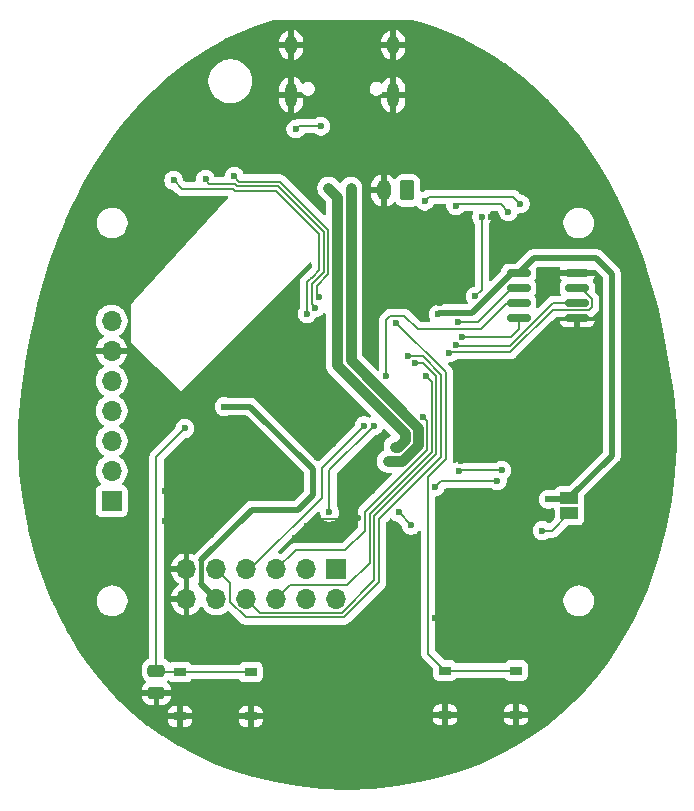
<source format=gbr>
%TF.GenerationSoftware,KiCad,Pcbnew,9.0.0*%
%TF.CreationDate,2026-01-18T15:38:31-05:00*%
%TF.ProjectId,hackapet_v4,6861636b-6170-4657-945f-76342e6b6963,rev?*%
%TF.SameCoordinates,Original*%
%TF.FileFunction,Copper,L2,Bot*%
%TF.FilePolarity,Positive*%
%FSLAX46Y46*%
G04 Gerber Fmt 4.6, Leading zero omitted, Abs format (unit mm)*
G04 Created by KiCad (PCBNEW 9.0.0) date 2026-01-18 15:38:31*
%MOMM*%
%LPD*%
G01*
G04 APERTURE LIST*
G04 Aperture macros list*
%AMRoundRect*
0 Rectangle with rounded corners*
0 $1 Rounding radius*
0 $2 $3 $4 $5 $6 $7 $8 $9 X,Y pos of 4 corners*
0 Add a 4 corners polygon primitive as box body*
4,1,4,$2,$3,$4,$5,$6,$7,$8,$9,$2,$3,0*
0 Add four circle primitives for the rounded corners*
1,1,$1+$1,$2,$3*
1,1,$1+$1,$4,$5*
1,1,$1+$1,$6,$7*
1,1,$1+$1,$8,$9*
0 Add four rect primitives between the rounded corners*
20,1,$1+$1,$2,$3,$4,$5,0*
20,1,$1+$1,$4,$5,$6,$7,0*
20,1,$1+$1,$6,$7,$8,$9,0*
20,1,$1+$1,$8,$9,$2,$3,0*%
G04 Aperture macros list end*
%TA.AperFunction,ComponentPad*%
%ADD10O,1.000000X1.600000*%
%TD*%
%TA.AperFunction,ComponentPad*%
%ADD11O,1.000000X2.100000*%
%TD*%
%TA.AperFunction,SMDPad,CuDef*%
%ADD12RoundRect,0.150000X0.825000X0.150000X-0.825000X0.150000X-0.825000X-0.150000X0.825000X-0.150000X0*%
%TD*%
%TA.AperFunction,SMDPad,CuDef*%
%ADD13R,1.000000X0.750000*%
%TD*%
%TA.AperFunction,ComponentPad*%
%ADD14R,1.700000X1.700000*%
%TD*%
%TA.AperFunction,ComponentPad*%
%ADD15O,1.700000X1.700000*%
%TD*%
%TA.AperFunction,SMDPad,CuDef*%
%ADD16RoundRect,0.250000X-0.475000X0.250000X-0.475000X-0.250000X0.475000X-0.250000X0.475000X0.250000X0*%
%TD*%
%TA.AperFunction,SMDPad,CuDef*%
%ADD17R,1.500000X1.000000*%
%TD*%
%TA.AperFunction,ComponentPad*%
%ADD18RoundRect,0.250000X0.350000X0.625000X-0.350000X0.625000X-0.350000X-0.625000X0.350000X-0.625000X0*%
%TD*%
%TA.AperFunction,ComponentPad*%
%ADD19O,1.200000X1.750000*%
%TD*%
%TA.AperFunction,ViaPad*%
%ADD20C,0.600000*%
%TD*%
%TA.AperFunction,Conductor*%
%ADD21C,0.500000*%
%TD*%
%TA.AperFunction,Conductor*%
%ADD22C,0.200000*%
%TD*%
%TA.AperFunction,Conductor*%
%ADD23C,0.400000*%
%TD*%
%TA.AperFunction,Conductor*%
%ADD24C,0.901700*%
%TD*%
G04 APERTURE END LIST*
D10*
%TO.P,J4,S1,SHIELD*%
%TO.N,GND*%
X185655000Y-52265000D03*
D11*
X185655000Y-56445000D03*
D10*
X194295000Y-52265000D03*
D11*
X194295000Y-56445000D03*
%TD*%
D12*
%TO.P,U2,8,VCC*%
%TO.N,+3V3*%
X204925000Y-71545000D03*
%TO.P,U2,7,SIO3*%
%TO.N,IO42*%
X204925000Y-72815000D03*
%TO.P,U2,6,SCLK*%
%TO.N,SLK*%
X204925000Y-74085000D03*
%TO.P,U2,5,SI/SIO*%
%TO.N,IO41*%
X204925000Y-75355000D03*
%TO.P,U2,4,VSS*%
%TO.N,GND*%
X209875000Y-75355000D03*
%TO.P,U2,3,SIO2*%
%TO.N,IO40*%
X209875000Y-74085000D03*
%TO.P,U2,2,SO/SIO*%
%TO.N,IO39*%
X209875000Y-72815000D03*
%TO.P,U2,1,~{CE}*%
%TO.N,GND*%
X209875000Y-71545000D03*
%TD*%
D13*
%TO.P,BOOT1,1,1*%
%TO.N,GND*%
X176225000Y-109075000D03*
X182225000Y-109075000D03*
%TO.P,BOOT1,2,2*%
%TO.N,GPIO1*%
X176225000Y-105325000D03*
X182225000Y-105325000D03*
%TD*%
D14*
%TO.P,DISPLAY_SSD1351,1,Pin_1*%
%TO.N,RST*%
X170450000Y-90835000D03*
D15*
%TO.P,DISPLAY_SSD1351,2,Pin_2*%
%TO.N,DC*%
X170450000Y-88295000D03*
%TO.P,DISPLAY_SSD1351,3,Pin_3*%
%TO.N,CS*%
X170450000Y-85755000D03*
%TO.P,DISPLAY_SSD1351,4,Pin_4*%
%TO.N,SLK*%
X170450000Y-83215000D03*
%TO.P,DISPLAY_SSD1351,5,Pin_5*%
%TO.N,DIN*%
X170450000Y-80675000D03*
%TO.P,DISPLAY_SSD1351,6,Pin_6*%
%TO.N,GND*%
X170450000Y-78135000D03*
%TO.P,DISPLAY_SSD1351,7,Pin_7*%
%TO.N,+3V3*%
X170450000Y-75595000D03*
%TD*%
D14*
%TO.P,BREAKOUT_PINS1,1,Pin_1*%
%TO.N,IO14*%
X189490000Y-96610000D03*
D15*
%TO.P,BREAKOUT_PINS1,2,Pin_2*%
%TO.N,IO15*%
X189490000Y-99150000D03*
%TO.P,BREAKOUT_PINS1,3,Pin_3*%
%TO.N,IO21*%
X186950000Y-96610000D03*
%TO.P,BREAKOUT_PINS1,4,Pin_4*%
%TO.N,IO33*%
X186950000Y-99150000D03*
%TO.P,BREAKOUT_PINS1,5,Pin_5*%
%TO.N,IO34*%
X184410000Y-96610000D03*
%TO.P,BREAKOUT_PINS1,6,Pin_6*%
%TO.N,IO35*%
X184410000Y-99150000D03*
%TO.P,BREAKOUT_PINS1,7,Pin_7*%
%TO.N,IO36*%
X181870000Y-96610000D03*
%TO.P,BREAKOUT_PINS1,8,Pin_8*%
%TO.N,IO37*%
X181870000Y-99150000D03*
%TO.P,BREAKOUT_PINS1,9,Pin_9*%
%TO.N,IO38*%
X179330000Y-96610000D03*
%TO.P,BREAKOUT_PINS1,10,Pin_10*%
%TO.N,+3V3*%
X179330000Y-99150000D03*
%TO.P,BREAKOUT_PINS1,11,Pin_11*%
%TO.N,GND*%
X176790000Y-96610000D03*
%TO.P,BREAKOUT_PINS1,12,Pin_12*%
X176790000Y-99150000D03*
%TD*%
D16*
%TO.P,C9,1*%
%TO.N,GPIO1*%
X174250000Y-105200000D03*
%TO.P,C9,2*%
%TO.N,GND*%
X174250000Y-107100000D03*
%TD*%
D13*
%TO.P,RESET1,1,1*%
%TO.N,GND*%
X198675000Y-108950000D03*
X204675000Y-108950000D03*
%TO.P,RESET1,2,2*%
%TO.N,Net-(U3-EN)*%
X198675000Y-105200000D03*
X204675000Y-105200000D03*
%TD*%
D17*
%TO.P,J1,1,Pin_1*%
%TO.N,+3V3*%
X209200000Y-90600000D03*
%TO.P,J1,2,Pin_2*%
%TO.N,Net-(J1-Pin_2)*%
X209200000Y-91900000D03*
%TD*%
D18*
%TO.P,J7,1,Pin_1*%
%TO.N,+BATT*%
X195500000Y-64550000D03*
D19*
%TO.P,J7,2,Pin_2*%
%TO.N,GND*%
X193500000Y-64550000D03*
%TD*%
D20*
%TO.N,GND*%
X211700000Y-75350000D03*
X211650000Y-72150000D03*
X198250000Y-74050000D03*
X206850000Y-71950000D03*
X206850000Y-73550000D03*
X194600000Y-69600000D03*
X200600000Y-71800000D03*
X202600000Y-66800000D03*
X202618750Y-70200000D03*
X185900000Y-63600000D03*
X172900000Y-79300000D03*
X173900000Y-81400000D03*
%TO.N,+3V3*%
X207400000Y-90700000D03*
%TO.N,LED1*%
X175700000Y-63700000D03*
%TO.N,LED2*%
X178402245Y-63609647D03*
%TO.N,LED3*%
X180829289Y-63370711D03*
%TO.N,GND*%
X186400000Y-88600000D03*
X187800000Y-87100000D03*
X189200000Y-86000000D03*
X190600000Y-84500000D03*
%TO.N,LED3*%
X188001000Y-73594838D03*
%TO.N,LED2*%
X187711650Y-74488350D03*
%TO.N,LED1*%
X187000000Y-75000000D03*
%TO.N,GND*%
X192000000Y-89000000D03*
X179900000Y-92600000D03*
X178900000Y-93700000D03*
X177800000Y-94700000D03*
X187000000Y-93000000D03*
X186000000Y-94000000D03*
X188000000Y-94000000D03*
X183400000Y-82400000D03*
X185000000Y-84000000D03*
X192000000Y-75000000D03*
X184400000Y-86600000D03*
X187500000Y-110000000D03*
X190000000Y-110000000D03*
X192500000Y-110000000D03*
X202500000Y-107500000D03*
X200000000Y-107500000D03*
X180000000Y-107500000D03*
X177500000Y-107500000D03*
X207500000Y-62500000D03*
X207500000Y-65000000D03*
X205000000Y-60000000D03*
X200000000Y-60000000D03*
X202500000Y-60000000D03*
X200000000Y-55000000D03*
X197500000Y-55000000D03*
X197500000Y-52500000D03*
X192500000Y-52500000D03*
X190000000Y-52500000D03*
X187500000Y-52500000D03*
X187500000Y-55000000D03*
X190000000Y-55000000D03*
X192500000Y-55000000D03*
X182500000Y-80000000D03*
X185000000Y-77500000D03*
X192500000Y-90000000D03*
X172500000Y-97500000D03*
X172500000Y-100000000D03*
X172500000Y-102500000D03*
X170000000Y-72500000D03*
X170000000Y-70000000D03*
X175000000Y-70000000D03*
X197500000Y-57500000D03*
X197500000Y-60000000D03*
X192500000Y-62500000D03*
X192500000Y-67500000D03*
X205000000Y-67500000D03*
X205000000Y-70000000D03*
X195000000Y-72500000D03*
X187500000Y-65000000D03*
X170000000Y-92500000D03*
X170000000Y-95000000D03*
X172500000Y-95000000D03*
X172500000Y-92500000D03*
X175000000Y-92500000D03*
X177500000Y-90000000D03*
X175000000Y-90000000D03*
X185450000Y-103400000D03*
X187500000Y-103400000D03*
X190000000Y-103400000D03*
X192500000Y-100000000D03*
X192500000Y-103350000D03*
X195350000Y-103350000D03*
X200000000Y-102500000D03*
X207500000Y-102500000D03*
X205000000Y-102500000D03*
X202500000Y-102500000D03*
X202500000Y-100000000D03*
X205000000Y-100000000D03*
X207500000Y-100000000D03*
X207500000Y-97500000D03*
X205000000Y-97500000D03*
X205000000Y-90000000D03*
X210000000Y-85000000D03*
X210000000Y-87500000D03*
X207500000Y-87500000D03*
X200000000Y-87500000D03*
X200000000Y-82500000D03*
X200000000Y-80000000D03*
X200000000Y-85000000D03*
X205000000Y-85000000D03*
X205000000Y-82500000D03*
X207500000Y-82500000D03*
X207500000Y-77500000D03*
X207500000Y-80000000D03*
X205000000Y-80000000D03*
X189850000Y-59100000D03*
X191325000Y-59177351D03*
X187900000Y-92200000D03*
X191297000Y-92300000D03*
X198250000Y-99400000D03*
X197850000Y-100736000D03*
X201798500Y-94300000D03*
X199000000Y-93100000D03*
%TO.N,+3V3*%
X198100000Y-75050000D03*
X180000000Y-82850000D03*
%TO.N,SLK*%
X193700000Y-80300000D03*
%TO.N,Net-(U3-EN)*%
X194550000Y-75750000D03*
%TO.N,IO38*%
X195573194Y-78597937D03*
%TO.N,IO37*%
X196100000Y-79200000D03*
%TO.N,IO36*%
X191825734Y-84475737D03*
%TO.N,IO35*%
X197050000Y-80250000D03*
%TO.N,IO34*%
X196817510Y-83708429D03*
%TO.N,IO21*%
X188890000Y-91800000D03*
X192650000Y-84500000D03*
%TO.N,VBUS*%
X199600000Y-65850000D03*
X204032250Y-66350000D03*
%TO.N,+5V*%
X203500000Y-88250000D03*
%TO.N,Net-(J4-CC2)*%
X186050000Y-59350000D03*
X188175000Y-59100000D03*
%TO.N,+5V*%
X199900000Y-88300000D03*
%TO.N,IO41*%
X200100000Y-76989977D03*
%TO.N,IO39*%
X199050000Y-78300000D03*
%TO.N,IO40*%
X199647929Y-77650000D03*
%TO.N,IO42*%
X199800000Y-75700000D03*
%TO.N,Net-(D1-K)*%
X197850000Y-89650000D03*
X203100000Y-89150000D03*
%TO.N,+5V*%
X205050000Y-65700000D03*
X196950000Y-65450000D03*
%TO.N,D+*%
X194430246Y-86243246D03*
%TO.N,D-*%
X193829391Y-87490047D03*
%TO.N,D+*%
X188800000Y-64350000D03*
%TO.N,D-*%
X190700000Y-64350000D03*
%TO.N,Net-(J1-Pin_2)*%
X206900000Y-93350000D03*
%TO.N,Net-(R15-Pad2)*%
X201787555Y-66800000D03*
X201250000Y-73500000D03*
%TO.N,GPIO1*%
X176651473Y-84700000D03*
%TO.N,Net-(U4-~{CHG})*%
X194750000Y-91800000D03*
X195800000Y-92900000D03*
%TD*%
D21*
%TO.N,+3V3*%
X209200000Y-90600000D02*
X212800000Y-87000000D01*
X212800000Y-71600000D02*
X211500000Y-70300000D01*
X206170000Y-70300000D02*
X204925000Y-71545000D01*
X212800000Y-87000000D02*
X212800000Y-71600000D01*
X211500000Y-70300000D02*
X206170000Y-70300000D01*
X198100000Y-75050000D02*
X198199971Y-74950029D01*
X198199971Y-74950029D02*
X200949943Y-74950029D01*
X200949943Y-74950029D02*
X204354972Y-71545000D01*
X204354972Y-71545000D02*
X204454943Y-71545000D01*
D22*
%TO.N,GND*%
X198250000Y-74050000D02*
X198350000Y-74050000D01*
X198350000Y-74050000D02*
X200600000Y-71800000D01*
%TO.N,Net-(R15-Pad2)*%
X201250000Y-73500000D02*
X201800000Y-72950000D01*
X201800000Y-72950000D02*
X201800000Y-67961149D01*
X201800000Y-67961149D02*
X201787555Y-67948704D01*
X201787555Y-67948704D02*
X201787555Y-66800000D01*
D21*
%TO.N,+3V3*%
X179330000Y-99150000D02*
X178050000Y-97870000D01*
D23*
X178050000Y-97870000D02*
X178050000Y-95850000D01*
D22*
%TO.N,IO41*%
X200100000Y-76989977D02*
X200110023Y-77000000D01*
X200110023Y-77000000D02*
X204250000Y-77000000D01*
X204250000Y-77000000D02*
X204925000Y-76325000D01*
X204925000Y-76325000D02*
X204925000Y-75355000D01*
%TO.N,+3V3*%
X209100000Y-90700000D02*
X209200000Y-90600000D01*
D21*
X207400000Y-90700000D02*
X209100000Y-90700000D01*
D22*
%TO.N,LED2*%
X187401000Y-73344895D02*
X187401000Y-72485656D01*
X178700000Y-64000000D02*
X178402245Y-63702245D01*
X187711650Y-74488350D02*
X187401000Y-74177700D01*
X187400000Y-73345895D02*
X187401000Y-73344895D01*
X188395450Y-68062550D02*
X184533900Y-64201000D01*
X187401000Y-74177700D02*
X187401000Y-73844781D01*
X187401000Y-73844781D02*
X187400000Y-73843781D01*
X187401000Y-72485656D02*
X188395450Y-71491206D01*
X188395450Y-71491206D02*
X188395450Y-68062550D01*
X187400000Y-73843781D02*
X187400000Y-73345895D01*
X178402245Y-63702245D02*
X178402245Y-63609647D01*
X184533900Y-64201000D02*
X181092478Y-64201000D01*
X181092478Y-64201000D02*
X180891478Y-64000000D01*
X180891478Y-64000000D02*
X178700000Y-64000000D01*
%TO.N,LED1*%
X175700000Y-63700000D02*
X176400000Y-64400000D01*
X178532900Y-64400000D02*
X178533900Y-64401000D01*
X178533900Y-64401000D02*
X178866100Y-64401000D01*
X176400000Y-64400000D02*
X178532900Y-64400000D01*
X180926378Y-64602000D02*
X181258578Y-64602000D01*
X184367800Y-64602000D02*
X187932900Y-68167100D01*
X178866100Y-64401000D02*
X180725378Y-64401000D01*
X180725378Y-64401000D02*
X180926378Y-64602000D01*
X181258578Y-64602000D02*
X184367800Y-64602000D01*
%TO.N,LED3*%
X181258578Y-63800000D02*
X184700000Y-63800000D01*
X180829289Y-63370711D02*
X181258578Y-63800000D01*
X184700000Y-63800000D02*
X188796450Y-67896450D01*
X188796450Y-67896450D02*
X188796450Y-71657306D01*
X188796450Y-71657306D02*
X187802000Y-72651756D01*
X187802000Y-72651756D02*
X187802000Y-73395838D01*
X187802000Y-73395838D02*
X188001000Y-73594838D01*
%TO.N,LED1*%
X187000000Y-75000000D02*
X187000000Y-74343800D01*
X187000000Y-72319556D02*
X187234900Y-72084656D01*
X187994450Y-68228650D02*
X186567800Y-66802000D01*
X187000000Y-74010881D02*
X186999000Y-74009881D01*
X186999000Y-74009881D02*
X186999000Y-73677681D01*
X186999000Y-73511995D02*
X186999000Y-73179795D01*
X187000000Y-74343800D02*
X187000000Y-74011600D01*
X186999000Y-73677681D02*
X186999000Y-73511995D01*
X187234900Y-72084656D02*
X187469800Y-71849756D01*
X186999000Y-73179795D02*
X187000000Y-73178795D01*
X187000000Y-74011600D02*
X187000000Y-74010881D01*
X187000000Y-73178795D02*
X187000000Y-73063638D01*
X187000000Y-73063638D02*
X187000000Y-72983956D01*
X187000000Y-72983956D02*
X187000000Y-72651756D01*
X187000000Y-72651756D02*
X187000000Y-72319556D01*
X187469800Y-71849756D02*
X187994450Y-71325106D01*
X187994450Y-71325106D02*
X187994450Y-68228650D01*
D24*
%TO.N,D-*%
X195009953Y-87490047D02*
X196400000Y-86100000D01*
%TO.N,D+*%
X189548300Y-65098300D02*
X188800000Y-64350000D01*
%TO.N,D-*%
X196400000Y-86100000D02*
X196400000Y-84635624D01*
X193829391Y-87490047D02*
X195009953Y-87490047D01*
%TO.N,D+*%
X194430246Y-86243246D02*
X194697300Y-86243246D01*
%TO.N,D-*%
X190700000Y-78935624D02*
X190700000Y-64350000D01*
X196400000Y-84635624D02*
X190700000Y-78935624D01*
%TO.N,D+*%
X195297300Y-85643246D02*
X195297300Y-85092378D01*
X194697300Y-86243246D02*
X195297300Y-85643246D01*
X195297300Y-85092378D02*
X189548300Y-79343378D01*
X189548300Y-79343378D02*
X189548300Y-65098300D01*
D22*
%TO.N,SLK*%
X194051000Y-75149000D02*
X195199000Y-75149000D01*
X201734001Y-76301000D02*
X203950001Y-74085000D01*
X193700000Y-80300000D02*
X193700000Y-75500000D01*
X193700000Y-75500000D02*
X194051000Y-75149000D01*
X195199000Y-75149000D02*
X196351000Y-76301000D01*
X196351000Y-76301000D02*
X201734001Y-76301000D01*
X203950001Y-74085000D02*
X204925000Y-74085000D01*
%TO.N,GND*%
X189850000Y-59100000D02*
X191250000Y-59100000D01*
X191250000Y-59100000D02*
X191250000Y-59102351D01*
X191250000Y-59102351D02*
X191325000Y-59177351D01*
X188101000Y-92401000D02*
X187900000Y-92200000D01*
X191297000Y-92300000D02*
X191196000Y-92401000D01*
X191196000Y-92401000D02*
X188101000Y-92401000D01*
%TO.N,IO34*%
X196817510Y-83708429D02*
X197151849Y-84042768D01*
X197151849Y-84042768D02*
X197151849Y-86498151D01*
X197151849Y-86498151D02*
X192133900Y-91516100D01*
X192133900Y-91516100D02*
X191950000Y-91700000D01*
X191950000Y-91700000D02*
X191899000Y-91751000D01*
X191899000Y-91751000D02*
X191899000Y-91899700D01*
X190250000Y-95000000D02*
X186020000Y-95000000D01*
X191897000Y-92233900D02*
X191897000Y-92566100D01*
X191897000Y-92898300D02*
X191897000Y-93353000D01*
X191899000Y-91899700D02*
X191897000Y-91901700D01*
X191897000Y-92566100D02*
X191897000Y-92898300D01*
X191897000Y-91901700D02*
X191897000Y-92233900D01*
X191897000Y-93353000D02*
X190250000Y-95000000D01*
X186020000Y-95000000D02*
X184410000Y-96610000D01*
%TO.N,IO37*%
X192699000Y-92300000D02*
X192699000Y-97568760D01*
X196100000Y-79200000D02*
X196850000Y-79200000D01*
X196850000Y-79200000D02*
X197953849Y-80303849D01*
X192699000Y-92151000D02*
X192699000Y-92300000D01*
X197953849Y-80303849D02*
X197953849Y-86896151D01*
X197953849Y-86896151D02*
X192699000Y-92151000D01*
X189966760Y-100301000D02*
X183021000Y-100301000D01*
X192699000Y-97568760D02*
X189966760Y-100301000D01*
X192700000Y-92232900D02*
X192699000Y-92233900D01*
X192699000Y-92233900D02*
X192699000Y-92300000D01*
X183021000Y-100301000D02*
X181870000Y-99150000D01*
%TO.N,IO35*%
X197050000Y-80250000D02*
X197552849Y-80752849D01*
X197552849Y-80752849D02*
X197552849Y-86664251D01*
X197552849Y-86664251D02*
X192300000Y-91917100D01*
X192298000Y-92400000D02*
X192298000Y-92732200D01*
X192300000Y-91917100D02*
X192300000Y-92065800D01*
X192298000Y-96104000D02*
X190402000Y-98000000D01*
X190402000Y-98000000D02*
X185560000Y-98000000D01*
X185560000Y-98000000D02*
X184410000Y-99150000D01*
X192300000Y-92065800D02*
X192298000Y-92067800D01*
X192298000Y-92067800D02*
X192298000Y-92400000D01*
X192298000Y-92732200D02*
X192298000Y-96104000D01*
%TO.N,IO38*%
X195575257Y-78600000D02*
X196817100Y-78600000D01*
X198354849Y-87145151D02*
X193100000Y-92400000D01*
X193100000Y-92400000D02*
X193100000Y-97734860D01*
X180481000Y-97761000D02*
X179330000Y-96610000D01*
X196817100Y-78600000D02*
X198354849Y-80137749D01*
X195573194Y-78597937D02*
X195575257Y-78600000D01*
X198354849Y-80137749D02*
X198354849Y-87145151D01*
X180481000Y-99388760D02*
X180481000Y-97761000D01*
X193100000Y-97734860D02*
X190132860Y-100702000D01*
X190132860Y-100702000D02*
X181794240Y-100702000D01*
X181794240Y-100702000D02*
X180481000Y-99388760D01*
%TO.N,GND*%
X198250000Y-99400000D02*
X198150000Y-99500000D01*
X198150000Y-100436000D02*
X197850000Y-100736000D01*
X198150000Y-99500000D02*
X198150000Y-100436000D01*
X200598500Y-93100000D02*
X201798500Y-94300000D01*
X199000000Y-93100000D02*
X200598500Y-93100000D01*
%TO.N,+3V3*%
X204454943Y-71545000D02*
X204925000Y-71545000D01*
%TO.N,IO42*%
X199800000Y-75700000D02*
X201450000Y-75700000D01*
X204335000Y-72815000D02*
X204925000Y-72815000D01*
X201450000Y-75700000D02*
X204335000Y-72815000D01*
D21*
%TO.N,+3V3*%
X178050000Y-95850000D02*
X182299000Y-91601000D01*
X182299000Y-91601000D02*
X186199000Y-91601000D01*
X186199000Y-91601000D02*
X187501000Y-90299000D01*
X187501000Y-90299000D02*
X187501000Y-88151057D01*
X182199943Y-82850000D02*
X180000000Y-82850000D01*
X187501000Y-88151057D02*
X182199943Y-82850000D01*
D22*
%TO.N,Net-(U3-EN)*%
X197250000Y-103775000D02*
X198675000Y-105200000D01*
X194550000Y-75750000D02*
X198755849Y-79955849D01*
X198755849Y-79955849D02*
X198755849Y-87311251D01*
X198755849Y-87311251D02*
X197250000Y-88817100D01*
X197250000Y-88817100D02*
X197250000Y-103775000D01*
%TO.N,IO40*%
X199647929Y-77650000D02*
X199697929Y-77700000D01*
X199697929Y-77700000D02*
X204196968Y-77700000D01*
X204196968Y-77700000D02*
X207811968Y-74085000D01*
X207811968Y-74085000D02*
X209875000Y-74085000D01*
%TO.N,IO39*%
X199050000Y-78300000D02*
X199100000Y-78250000D01*
X211151000Y-74425968D02*
X211151000Y-73744032D01*
X199100000Y-78250000D02*
X204214068Y-78250000D01*
X204214068Y-78250000D02*
X207778068Y-74686000D01*
X207778068Y-74686000D02*
X210890968Y-74686000D01*
X210890968Y-74686000D02*
X211151000Y-74425968D01*
X211151000Y-73744032D02*
X210221968Y-72815000D01*
X210221968Y-72815000D02*
X209875000Y-72815000D01*
%TO.N,IO21*%
X188890000Y-91800000D02*
X188890000Y-88260000D01*
X188890000Y-88260000D02*
X192650000Y-84500000D01*
%TO.N,IO36*%
X191825734Y-84475737D02*
X188250000Y-88051471D01*
X188250000Y-88051471D02*
X188250000Y-90550000D01*
X182190000Y-96610000D02*
X181870000Y-96610000D01*
X188250000Y-90550000D02*
X182190000Y-96610000D01*
%TO.N,VBUS*%
X204032250Y-66350000D02*
X203382250Y-65700000D01*
X203382250Y-65700000D02*
X199750000Y-65700000D01*
X199750000Y-65700000D02*
X199600000Y-65850000D01*
%TO.N,+5V*%
X205050000Y-65700000D02*
X204450000Y-65100000D01*
X204450000Y-65100000D02*
X197300000Y-65100000D01*
X197300000Y-65100000D02*
X196950000Y-65450000D01*
X203500000Y-88250000D02*
X199950000Y-88250000D01*
X199950000Y-88250000D02*
X199900000Y-88300000D01*
%TO.N,Net-(D1-K)*%
X203100000Y-89150000D02*
X198350000Y-89150000D01*
X198350000Y-89150000D02*
X197850000Y-89650000D01*
%TO.N,Net-(J4-CC2)*%
X186300000Y-59100000D02*
X186050000Y-59350000D01*
X188175000Y-59100000D02*
X186300000Y-59100000D01*
%TO.N,Net-(J1-Pin_2)*%
X207750000Y-93350000D02*
X209200000Y-91900000D01*
X206900000Y-93350000D02*
X207750000Y-93350000D01*
%TO.N,GPIO1*%
X174250000Y-87101473D02*
X176651473Y-84700000D01*
X174250000Y-105200000D02*
X174250000Y-87101473D01*
X176225000Y-105325000D02*
X174375000Y-105325000D01*
X174375000Y-105325000D02*
X174250000Y-105200000D01*
X182225000Y-105325000D02*
X176225000Y-105325000D01*
%TO.N,Net-(U3-EN)*%
X198675000Y-105200000D02*
X204675000Y-105200000D01*
%TO.N,Net-(U4-~{CHG})*%
X195800000Y-92850000D02*
X194750000Y-91800000D01*
X195800000Y-92900000D02*
X195800000Y-92850000D01*
%TD*%
%TA.AperFunction,Conductor*%
%TO.N,GND*%
G36*
X177040000Y-98716988D02*
G01*
X176982993Y-98684075D01*
X176855826Y-98650000D01*
X176724174Y-98650000D01*
X176597007Y-98684075D01*
X176540000Y-98716988D01*
X176540000Y-97043012D01*
X176597007Y-97075925D01*
X176724174Y-97110000D01*
X176855826Y-97110000D01*
X176982993Y-97075925D01*
X177040000Y-97043012D01*
X177040000Y-98716988D01*
G37*
%TD.AperFunction*%
%TA.AperFunction,Conductor*%
G36*
X193577301Y-84723238D02*
G01*
X193601710Y-84742200D01*
X194046426Y-85186916D01*
X194079911Y-85248239D01*
X194074927Y-85317931D01*
X194033055Y-85373864D01*
X194006201Y-85389157D01*
X193979610Y-85400171D01*
X193823800Y-85504280D01*
X193823792Y-85504286D01*
X193691286Y-85636792D01*
X193691280Y-85636800D01*
X193587171Y-85792610D01*
X193587171Y-85792611D01*
X193515456Y-85965746D01*
X193515454Y-85965754D01*
X193478896Y-86149541D01*
X193478896Y-86336950D01*
X193508393Y-86485242D01*
X193502166Y-86554834D01*
X193459303Y-86610011D01*
X193434230Y-86623993D01*
X193378766Y-86646967D01*
X193378751Y-86646975D01*
X193222940Y-86751084D01*
X193090431Y-86883593D01*
X193090425Y-86883601D01*
X192986316Y-87039411D01*
X192986316Y-87039412D01*
X192914601Y-87212547D01*
X192914599Y-87212555D01*
X192878041Y-87396342D01*
X192878041Y-87583751D01*
X192914599Y-87767538D01*
X192914601Y-87767546D01*
X192986316Y-87940681D01*
X192986316Y-87940682D01*
X193090425Y-88096492D01*
X193090431Y-88096500D01*
X193222937Y-88229006D01*
X193222945Y-88229012D01*
X193378756Y-88333121D01*
X193378757Y-88333121D01*
X193378758Y-88333122D01*
X193551892Y-88404837D01*
X193656305Y-88425606D01*
X193735686Y-88441396D01*
X193735689Y-88441397D01*
X193735691Y-88441397D01*
X194060005Y-88441397D01*
X194127044Y-88461082D01*
X194172799Y-88513886D01*
X194182743Y-88583044D01*
X194153718Y-88646600D01*
X194147686Y-88653078D01*
X191765184Y-91035581D01*
X191581286Y-91219478D01*
X191581285Y-91219480D01*
X191581284Y-91219481D01*
X191532342Y-91268422D01*
X191530285Y-91270479D01*
X191530284Y-91270480D01*
X191418481Y-91382282D01*
X191418479Y-91382284D01*
X191396235Y-91420814D01*
X191379096Y-91450500D01*
X191339423Y-91519215D01*
X191298499Y-91671943D01*
X191298499Y-91671945D01*
X191298499Y-91799326D01*
X191298492Y-91800621D01*
X191298333Y-91815796D01*
X191296499Y-91822643D01*
X191296499Y-91980757D01*
X191296500Y-91980760D01*
X191296500Y-91991383D01*
X191296500Y-93052902D01*
X191276815Y-93119941D01*
X191260181Y-93140583D01*
X190037584Y-94363181D01*
X189976261Y-94396666D01*
X189949903Y-94399500D01*
X186106669Y-94399500D01*
X186106653Y-94399499D01*
X186099057Y-94399499D01*
X185940943Y-94399499D01*
X185833587Y-94428265D01*
X185788210Y-94440424D01*
X185788209Y-94440425D01*
X185738096Y-94469359D01*
X185738095Y-94469360D01*
X185694689Y-94494420D01*
X185651285Y-94519479D01*
X185651282Y-94519481D01*
X185539478Y-94631286D01*
X184894522Y-95276241D01*
X184886464Y-95280640D01*
X184880947Y-95287980D01*
X184856282Y-95297121D01*
X184833199Y-95309726D01*
X184822304Y-95309714D01*
X184815432Y-95312262D01*
X184794497Y-95309686D01*
X184780233Y-95309672D01*
X184774298Y-95308368D01*
X184726243Y-95292754D01*
X184643767Y-95279691D01*
X184640194Y-95278906D01*
X184612652Y-95263793D01*
X184584269Y-95250338D01*
X184582264Y-95247118D01*
X184578940Y-95245294D01*
X184563944Y-95217697D01*
X184547338Y-95191026D01*
X184547392Y-95187233D01*
X184545582Y-95183902D01*
X184547887Y-95152577D01*
X184548336Y-95121164D01*
X184550458Y-95117645D01*
X184550710Y-95114221D01*
X184559870Y-95102036D01*
X184579119Y-95070115D01*
X187877819Y-91771414D01*
X187939142Y-91737930D01*
X188008834Y-91742914D01*
X188064767Y-91784786D01*
X188089184Y-91850250D01*
X188089500Y-91859096D01*
X188089500Y-91878846D01*
X188120261Y-92033489D01*
X188120264Y-92033501D01*
X188180602Y-92179172D01*
X188180609Y-92179185D01*
X188268210Y-92310288D01*
X188268213Y-92310292D01*
X188379707Y-92421786D01*
X188379711Y-92421789D01*
X188510814Y-92509390D01*
X188510827Y-92509397D01*
X188640675Y-92563181D01*
X188656503Y-92569737D01*
X188811153Y-92600499D01*
X188811156Y-92600500D01*
X188811158Y-92600500D01*
X188968844Y-92600500D01*
X188968845Y-92600499D01*
X189123497Y-92569737D01*
X189269179Y-92509394D01*
X189400289Y-92421789D01*
X189511789Y-92310289D01*
X189599394Y-92179179D01*
X189599431Y-92179091D01*
X189619655Y-92130264D01*
X189659737Y-92033497D01*
X189690500Y-91878842D01*
X189690500Y-91721158D01*
X189690500Y-91721155D01*
X189690499Y-91721153D01*
X189680710Y-91671943D01*
X189659737Y-91566503D01*
X189632398Y-91500500D01*
X189599397Y-91420827D01*
X189599390Y-91420814D01*
X189511398Y-91289125D01*
X189490520Y-91222447D01*
X189490500Y-91220234D01*
X189490500Y-88560097D01*
X189510185Y-88493058D01*
X189526819Y-88472416D01*
X191089187Y-86910048D01*
X192664662Y-85334572D01*
X192725983Y-85301089D01*
X192728150Y-85300638D01*
X192786085Y-85289113D01*
X192883497Y-85269737D01*
X193029179Y-85209394D01*
X193160289Y-85121789D01*
X193271789Y-85010289D01*
X193359394Y-84879179D01*
X193399469Y-84782426D01*
X193443307Y-84728026D01*
X193509601Y-84705960D01*
X193577301Y-84723238D01*
G37*
%TD.AperFunction*%
%TA.AperFunction,Conductor*%
G36*
X195913590Y-50111912D02*
G01*
X196599342Y-50292244D01*
X196605262Y-50293959D01*
X197632228Y-50619368D01*
X197638882Y-50621688D01*
X198900913Y-51102482D01*
X198908142Y-51105503D01*
X200364435Y-51769177D01*
X200372159Y-51773028D01*
X201987488Y-52650093D01*
X201993429Y-52653536D01*
X202838447Y-53175157D01*
X202842514Y-53177779D01*
X203704714Y-53758067D01*
X203715314Y-53765201D01*
X203719445Y-53768105D01*
X204140683Y-54077256D01*
X204610403Y-54421988D01*
X204614504Y-54425134D01*
X204962682Y-54703900D01*
X205518398Y-55148831D01*
X205522505Y-55152267D01*
X205547621Y-55174221D01*
X206434432Y-55949384D01*
X206438451Y-55953056D01*
X207353360Y-56827100D01*
X207357311Y-56831049D01*
X207483719Y-56963226D01*
X208270154Y-57785551D01*
X208273991Y-57789752D01*
X209179763Y-58828308D01*
X209183445Y-58832733D01*
X210077142Y-59958980D01*
X210080641Y-59963608D01*
X210957186Y-61181139D01*
X210960475Y-61185942D01*
X211814825Y-62498429D01*
X211817882Y-62503374D01*
X212644978Y-63914523D01*
X212647784Y-63919577D01*
X213091386Y-64764374D01*
X213324940Y-65209156D01*
X213442485Y-65433008D01*
X213445026Y-65438132D01*
X213530603Y-65621158D01*
X214202226Y-67057589D01*
X214204499Y-67062754D01*
X214919005Y-68791843D01*
X214921006Y-68797009D01*
X215587677Y-70639524D01*
X215589409Y-70644659D01*
X215794957Y-71301080D01*
X216044046Y-72096550D01*
X216202989Y-72604135D01*
X216204460Y-72609209D01*
X216759756Y-74689411D01*
X216760977Y-74694396D01*
X217252724Y-76898907D01*
X217253708Y-76903779D01*
X217676647Y-79236201D01*
X217677412Y-79240942D01*
X218026269Y-81704836D01*
X218026833Y-81709429D01*
X218294458Y-84290241D01*
X218295114Y-84301947D01*
X218312432Y-86283387D01*
X218312226Y-86291709D01*
X218184178Y-88481776D01*
X218183433Y-88489908D01*
X217890464Y-90835203D01*
X217889144Y-90843484D01*
X217412200Y-93298180D01*
X217410194Y-93306833D01*
X216730561Y-95825552D01*
X216727700Y-95834725D01*
X215824590Y-98379119D01*
X215821770Y-98386342D01*
X215285207Y-99642768D01*
X215282925Y-99647797D01*
X214681815Y-100898078D01*
X214679180Y-100903246D01*
X214013732Y-102136140D01*
X214010709Y-102141426D01*
X213278648Y-103351537D01*
X213275202Y-103356915D01*
X212474290Y-104538809D01*
X212470392Y-104544241D01*
X211598304Y-105692633D01*
X211593929Y-105698068D01*
X210648389Y-106807609D01*
X210643525Y-106812991D01*
X209622077Y-107878531D01*
X209616720Y-107883790D01*
X208516948Y-108900087D01*
X208511113Y-108905152D01*
X207330444Y-109867062D01*
X207324161Y-109871856D01*
X206060022Y-110774161D01*
X206053341Y-110778610D01*
X204702958Y-111616154D01*
X204695944Y-111620194D01*
X203256527Y-112387725D01*
X203249259Y-112391300D01*
X201717975Y-113083486D01*
X201710558Y-113086554D01*
X200084498Y-113697999D01*
X200077001Y-113700548D01*
X198353274Y-114225754D01*
X198345793Y-114227780D01*
X196521538Y-114661159D01*
X196514164Y-114662676D01*
X194586511Y-114998569D01*
X194579319Y-114999606D01*
X192545505Y-115232282D01*
X192538557Y-115232880D01*
X190413690Y-115355535D01*
X190399398Y-115355535D01*
X188274530Y-115232880D01*
X188267582Y-115232282D01*
X186233768Y-114999606D01*
X186226576Y-114998569D01*
X184298923Y-114662676D01*
X184291549Y-114661159D01*
X182467289Y-114227779D01*
X182459808Y-114225753D01*
X180736103Y-113700553D01*
X180728600Y-113698003D01*
X179102530Y-113086554D01*
X179095098Y-113083480D01*
X177563827Y-112391300D01*
X177556559Y-112387725D01*
X176117137Y-111620192D01*
X176110123Y-111616152D01*
X174759746Y-110778612D01*
X174753083Y-110774175D01*
X173488909Y-109871844D01*
X173482646Y-109867065D01*
X173029456Y-109497844D01*
X175225000Y-109497844D01*
X175231401Y-109557372D01*
X175231403Y-109557379D01*
X175281645Y-109692086D01*
X175281649Y-109692093D01*
X175367809Y-109807187D01*
X175367812Y-109807190D01*
X175482906Y-109893350D01*
X175482913Y-109893354D01*
X175617620Y-109943596D01*
X175617627Y-109943598D01*
X175677155Y-109949999D01*
X175677172Y-109950000D01*
X175975000Y-109950000D01*
X176475000Y-109950000D01*
X176772828Y-109950000D01*
X176772844Y-109949999D01*
X176832372Y-109943598D01*
X176832379Y-109943596D01*
X176967086Y-109893354D01*
X176967093Y-109893350D01*
X177082187Y-109807190D01*
X177082190Y-109807187D01*
X177168350Y-109692093D01*
X177168354Y-109692086D01*
X177218596Y-109557379D01*
X177218598Y-109557372D01*
X177224999Y-109497844D01*
X181225000Y-109497844D01*
X181231401Y-109557372D01*
X181231403Y-109557379D01*
X181281645Y-109692086D01*
X181281649Y-109692093D01*
X181367809Y-109807187D01*
X181367812Y-109807190D01*
X181482906Y-109893350D01*
X181482913Y-109893354D01*
X181617620Y-109943596D01*
X181617627Y-109943598D01*
X181677155Y-109949999D01*
X181677172Y-109950000D01*
X181975000Y-109950000D01*
X182475000Y-109950000D01*
X182772828Y-109950000D01*
X182772844Y-109949999D01*
X182832372Y-109943598D01*
X182832379Y-109943596D01*
X182967086Y-109893354D01*
X182967093Y-109893350D01*
X183082187Y-109807190D01*
X183082190Y-109807187D01*
X183168350Y-109692093D01*
X183168354Y-109692086D01*
X183218596Y-109557379D01*
X183218598Y-109557372D01*
X183224999Y-109497844D01*
X183225000Y-109497827D01*
X183225000Y-109372844D01*
X197675000Y-109372844D01*
X197681401Y-109432372D01*
X197681403Y-109432379D01*
X197731645Y-109567086D01*
X197731649Y-109567093D01*
X197817809Y-109682187D01*
X197817812Y-109682190D01*
X197932906Y-109768350D01*
X197932913Y-109768354D01*
X198067620Y-109818596D01*
X198067627Y-109818598D01*
X198127155Y-109824999D01*
X198127172Y-109825000D01*
X198425000Y-109825000D01*
X198925000Y-109825000D01*
X199222828Y-109825000D01*
X199222844Y-109824999D01*
X199282372Y-109818598D01*
X199282379Y-109818596D01*
X199417086Y-109768354D01*
X199417093Y-109768350D01*
X199532187Y-109682190D01*
X199532190Y-109682187D01*
X199618350Y-109567093D01*
X199618354Y-109567086D01*
X199668596Y-109432379D01*
X199668598Y-109432372D01*
X199674999Y-109372844D01*
X203675000Y-109372844D01*
X203681401Y-109432372D01*
X203681403Y-109432379D01*
X203731645Y-109567086D01*
X203731649Y-109567093D01*
X203817809Y-109682187D01*
X203817812Y-109682190D01*
X203932906Y-109768350D01*
X203932913Y-109768354D01*
X204067620Y-109818596D01*
X204067627Y-109818598D01*
X204127155Y-109824999D01*
X204127172Y-109825000D01*
X204425000Y-109825000D01*
X204925000Y-109825000D01*
X205222828Y-109825000D01*
X205222844Y-109824999D01*
X205282372Y-109818598D01*
X205282379Y-109818596D01*
X205417086Y-109768354D01*
X205417093Y-109768350D01*
X205532187Y-109682190D01*
X205532190Y-109682187D01*
X205618350Y-109567093D01*
X205618354Y-109567086D01*
X205668596Y-109432379D01*
X205668598Y-109432372D01*
X205674999Y-109372844D01*
X205675000Y-109372827D01*
X205675000Y-109200000D01*
X204925000Y-109200000D01*
X204925000Y-109825000D01*
X204425000Y-109825000D01*
X204425000Y-109200000D01*
X203675000Y-109200000D01*
X203675000Y-109372844D01*
X199674999Y-109372844D01*
X199675000Y-109372827D01*
X199675000Y-109200000D01*
X198925000Y-109200000D01*
X198925000Y-109825000D01*
X198425000Y-109825000D01*
X198425000Y-109200000D01*
X197675000Y-109200000D01*
X197675000Y-109372844D01*
X183225000Y-109372844D01*
X183225000Y-109325000D01*
X182475000Y-109325000D01*
X182475000Y-109950000D01*
X181975000Y-109950000D01*
X181975000Y-109325000D01*
X181225000Y-109325000D01*
X181225000Y-109497844D01*
X177224999Y-109497844D01*
X177225000Y-109497827D01*
X177225000Y-109325000D01*
X176475000Y-109325000D01*
X176475000Y-109950000D01*
X175975000Y-109950000D01*
X175975000Y-109325000D01*
X175225000Y-109325000D01*
X175225000Y-109497844D01*
X173029456Y-109497844D01*
X172872258Y-109369772D01*
X172718830Y-109244772D01*
X172301974Y-108905153D01*
X172296139Y-108900088D01*
X172122816Y-108739920D01*
X172027842Y-108652155D01*
X175225000Y-108652155D01*
X175225000Y-108825000D01*
X175975000Y-108825000D01*
X176475000Y-108825000D01*
X177225000Y-108825000D01*
X177225000Y-108652172D01*
X177224999Y-108652155D01*
X181225000Y-108652155D01*
X181225000Y-108825000D01*
X181975000Y-108825000D01*
X182475000Y-108825000D01*
X183225000Y-108825000D01*
X183225000Y-108652172D01*
X183224999Y-108652155D01*
X183218598Y-108592627D01*
X183218596Y-108592616D01*
X183209110Y-108567183D01*
X183194180Y-108527155D01*
X197675000Y-108527155D01*
X197675000Y-108700000D01*
X198425000Y-108700000D01*
X198925000Y-108700000D01*
X199675000Y-108700000D01*
X199675000Y-108527172D01*
X199674999Y-108527155D01*
X203675000Y-108527155D01*
X203675000Y-108700000D01*
X204425000Y-108700000D01*
X204925000Y-108700000D01*
X205675000Y-108700000D01*
X205675000Y-108527172D01*
X205674999Y-108527155D01*
X205668598Y-108467627D01*
X205668596Y-108467620D01*
X205618354Y-108332913D01*
X205618350Y-108332906D01*
X205532190Y-108217812D01*
X205532187Y-108217809D01*
X205417093Y-108131649D01*
X205417086Y-108131645D01*
X205282379Y-108081403D01*
X205282372Y-108081401D01*
X205222844Y-108075000D01*
X204925000Y-108075000D01*
X204925000Y-108700000D01*
X204425000Y-108700000D01*
X204425000Y-108075000D01*
X204127155Y-108075000D01*
X204067627Y-108081401D01*
X204067620Y-108081403D01*
X203932913Y-108131645D01*
X203932906Y-108131649D01*
X203817812Y-108217809D01*
X203817809Y-108217812D01*
X203731649Y-108332906D01*
X203731645Y-108332913D01*
X203681403Y-108467620D01*
X203681401Y-108467627D01*
X203675000Y-108527155D01*
X199674999Y-108527155D01*
X199668598Y-108467627D01*
X199668596Y-108467620D01*
X199618354Y-108332913D01*
X199618350Y-108332906D01*
X199532190Y-108217812D01*
X199532187Y-108217809D01*
X199417093Y-108131649D01*
X199417086Y-108131645D01*
X199282379Y-108081403D01*
X199282372Y-108081401D01*
X199222844Y-108075000D01*
X198925000Y-108075000D01*
X198925000Y-108700000D01*
X198425000Y-108700000D01*
X198425000Y-108075000D01*
X198127155Y-108075000D01*
X198067627Y-108081401D01*
X198067620Y-108081403D01*
X197932913Y-108131645D01*
X197932906Y-108131649D01*
X197817812Y-108217809D01*
X197817809Y-108217812D01*
X197731649Y-108332906D01*
X197731645Y-108332913D01*
X197681403Y-108467620D01*
X197681401Y-108467627D01*
X197675000Y-108527155D01*
X183194180Y-108527155D01*
X183168354Y-108457913D01*
X183168350Y-108457906D01*
X183082190Y-108342812D01*
X183082187Y-108342809D01*
X182967093Y-108256649D01*
X182967086Y-108256645D01*
X182832379Y-108206403D01*
X182832372Y-108206401D01*
X182772844Y-108200000D01*
X182475000Y-108200000D01*
X182475000Y-108825000D01*
X181975000Y-108825000D01*
X181975000Y-108200000D01*
X181677155Y-108200000D01*
X181617627Y-108206401D01*
X181617620Y-108206403D01*
X181482913Y-108256645D01*
X181482906Y-108256649D01*
X181367812Y-108342809D01*
X181367809Y-108342812D01*
X181281649Y-108457906D01*
X181281645Y-108457913D01*
X181231403Y-108592620D01*
X181231401Y-108592627D01*
X181225000Y-108652155D01*
X177224999Y-108652155D01*
X177218598Y-108592627D01*
X177218596Y-108592620D01*
X177168354Y-108457913D01*
X177168350Y-108457906D01*
X177082190Y-108342812D01*
X177082187Y-108342809D01*
X176967093Y-108256649D01*
X176967086Y-108256645D01*
X176832379Y-108206403D01*
X176832372Y-108206401D01*
X176772844Y-108200000D01*
X176475000Y-108200000D01*
X176475000Y-108825000D01*
X175975000Y-108825000D01*
X175975000Y-108200000D01*
X175677155Y-108200000D01*
X175617627Y-108206401D01*
X175617620Y-108206403D01*
X175482913Y-108256645D01*
X175482906Y-108256649D01*
X175367812Y-108342809D01*
X175367809Y-108342812D01*
X175281649Y-108457906D01*
X175281645Y-108457913D01*
X175231403Y-108592620D01*
X175231401Y-108592627D01*
X175225000Y-108652155D01*
X172027842Y-108652155D01*
X171196375Y-107883797D01*
X171191018Y-107878538D01*
X170732268Y-107399986D01*
X173025001Y-107399986D01*
X173035494Y-107502697D01*
X173090641Y-107669119D01*
X173090643Y-107669124D01*
X173182684Y-107818345D01*
X173306654Y-107942315D01*
X173455875Y-108034356D01*
X173455880Y-108034358D01*
X173622302Y-108089505D01*
X173622309Y-108089506D01*
X173725019Y-108099999D01*
X173999999Y-108099999D01*
X174500000Y-108099999D01*
X174774972Y-108099999D01*
X174774986Y-108099998D01*
X174877697Y-108089505D01*
X175044119Y-108034358D01*
X175044124Y-108034356D01*
X175193345Y-107942315D01*
X175317315Y-107818345D01*
X175409356Y-107669124D01*
X175409358Y-107669119D01*
X175464505Y-107502697D01*
X175464506Y-107502690D01*
X175474999Y-107399986D01*
X175475000Y-107399973D01*
X175475000Y-107350000D01*
X174500000Y-107350000D01*
X174500000Y-108099999D01*
X173999999Y-108099999D01*
X174000000Y-108099998D01*
X174000000Y-107350000D01*
X173025001Y-107350000D01*
X173025001Y-107399986D01*
X170732268Y-107399986D01*
X170717373Y-107384448D01*
X170169562Y-106812991D01*
X170164698Y-106807609D01*
X170158225Y-106800013D01*
X169219143Y-105698050D01*
X169214783Y-105692633D01*
X168612846Y-104899983D01*
X173024500Y-104899983D01*
X173024500Y-105500001D01*
X173024501Y-105500019D01*
X173035000Y-105602796D01*
X173035001Y-105602799D01*
X173083078Y-105747883D01*
X173090186Y-105769334D01*
X173182288Y-105918656D01*
X173306344Y-106042712D01*
X173309628Y-106044737D01*
X173309653Y-106044753D01*
X173311445Y-106046746D01*
X173312011Y-106047193D01*
X173311934Y-106047289D01*
X173356379Y-106096699D01*
X173367603Y-106165661D01*
X173339761Y-106229744D01*
X173309665Y-106255826D01*
X173306660Y-106257679D01*
X173306655Y-106257683D01*
X173182684Y-106381654D01*
X173090643Y-106530875D01*
X173090641Y-106530880D01*
X173035494Y-106697302D01*
X173035493Y-106697309D01*
X173025000Y-106800013D01*
X173025000Y-106850000D01*
X175474999Y-106850000D01*
X175474999Y-106800028D01*
X175474998Y-106800013D01*
X175464505Y-106697302D01*
X175409358Y-106530880D01*
X175409356Y-106530875D01*
X175317315Y-106381654D01*
X175193344Y-106257683D01*
X175193341Y-106257681D01*
X175190339Y-106255829D01*
X175188713Y-106254021D01*
X175187677Y-106253202D01*
X175187817Y-106253024D01*
X175167724Y-106230684D01*
X175144636Y-106205957D01*
X175144420Y-106204773D01*
X175143617Y-106203880D01*
X175138184Y-106170486D01*
X175132132Y-106137215D01*
X175132590Y-106136104D01*
X175132397Y-106134917D01*
X175145880Y-106103888D01*
X175158777Y-106072626D01*
X175159893Y-106071640D01*
X175160243Y-106070836D01*
X175184574Y-106048539D01*
X175187401Y-106046569D01*
X175193656Y-106042712D01*
X175195296Y-106041071D01*
X175202024Y-106036386D01*
X175231711Y-106026457D01*
X175260764Y-106014734D01*
X175264592Y-106015461D01*
X175268286Y-106014226D01*
X175298638Y-106021926D01*
X175329407Y-106027769D01*
X175332736Y-106030576D01*
X175336010Y-106031407D01*
X175344483Y-106040482D01*
X175359395Y-106053056D01*
X175361180Y-106051272D01*
X175367451Y-106057542D01*
X175367454Y-106057546D01*
X175367457Y-106057548D01*
X175482664Y-106143793D01*
X175482671Y-106143797D01*
X175617517Y-106194091D01*
X175617516Y-106194091D01*
X175624444Y-106194835D01*
X175677127Y-106200500D01*
X176772872Y-106200499D01*
X176832483Y-106194091D01*
X176967331Y-106143796D01*
X177082546Y-106057546D01*
X177144199Y-105975188D01*
X177200132Y-105933318D01*
X177243465Y-105925500D01*
X181206535Y-105925500D01*
X181273574Y-105945185D01*
X181305800Y-105975187D01*
X181367454Y-106057546D01*
X181413643Y-106092123D01*
X181482664Y-106143793D01*
X181482671Y-106143797D01*
X181617517Y-106194091D01*
X181617516Y-106194091D01*
X181624444Y-106194835D01*
X181677127Y-106200500D01*
X182772872Y-106200499D01*
X182832483Y-106194091D01*
X182967331Y-106143796D01*
X183082546Y-106057546D01*
X183168796Y-105942331D01*
X183219091Y-105807483D01*
X183225500Y-105747873D01*
X183225499Y-104902128D01*
X183219091Y-104842517D01*
X183202190Y-104797204D01*
X183168797Y-104707671D01*
X183168793Y-104707664D01*
X183082547Y-104592455D01*
X183082544Y-104592452D01*
X182967335Y-104506206D01*
X182967328Y-104506202D01*
X182832482Y-104455908D01*
X182832483Y-104455908D01*
X182772883Y-104449501D01*
X182772881Y-104449500D01*
X182772873Y-104449500D01*
X182772864Y-104449500D01*
X181677129Y-104449500D01*
X181677123Y-104449501D01*
X181617516Y-104455908D01*
X181482671Y-104506202D01*
X181482664Y-104506206D01*
X181367456Y-104592452D01*
X181367455Y-104592453D01*
X181367454Y-104592454D01*
X181338847Y-104630668D01*
X181305802Y-104674811D01*
X181249868Y-104716682D01*
X181206535Y-104724500D01*
X177243465Y-104724500D01*
X177176426Y-104704815D01*
X177144198Y-104674811D01*
X177082546Y-104592454D01*
X177059709Y-104575358D01*
X176967335Y-104506206D01*
X176967328Y-104506202D01*
X176832482Y-104455908D01*
X176832483Y-104455908D01*
X176772883Y-104449501D01*
X176772881Y-104449500D01*
X176772873Y-104449500D01*
X176772864Y-104449500D01*
X175677129Y-104449500D01*
X175677123Y-104449501D01*
X175617516Y-104455908D01*
X175482671Y-104506202D01*
X175474886Y-104510454D01*
X175473357Y-104507655D01*
X175422554Y-104526580D01*
X175354288Y-104511699D01*
X175323528Y-104485741D01*
X175322819Y-104486451D01*
X175193657Y-104357289D01*
X175193656Y-104357288D01*
X175044334Y-104265186D01*
X174983301Y-104244961D01*
X174935495Y-104229120D01*
X174878050Y-104189347D01*
X174851228Y-104124831D01*
X174850500Y-104111414D01*
X174850500Y-87401570D01*
X174870185Y-87334531D01*
X174886819Y-87313889D01*
X175737892Y-86462816D01*
X176666137Y-85534571D01*
X176727458Y-85501088D01*
X176729625Y-85500637D01*
X176730314Y-85500500D01*
X176730315Y-85500500D01*
X176884970Y-85469737D01*
X177030652Y-85409394D01*
X177161762Y-85321789D01*
X177273262Y-85210289D01*
X177360867Y-85079179D01*
X177421210Y-84933497D01*
X177451973Y-84778842D01*
X177451973Y-84621158D01*
X177451973Y-84621155D01*
X177451972Y-84621153D01*
X177423833Y-84479692D01*
X177421210Y-84466503D01*
X177399279Y-84413556D01*
X177360870Y-84320827D01*
X177360863Y-84320814D01*
X177273262Y-84189711D01*
X177273259Y-84189707D01*
X177161765Y-84078213D01*
X177161761Y-84078210D01*
X177030658Y-83990609D01*
X177030645Y-83990602D01*
X176884974Y-83930264D01*
X176884962Y-83930261D01*
X176730318Y-83899500D01*
X176730315Y-83899500D01*
X176572631Y-83899500D01*
X176572628Y-83899500D01*
X176417983Y-83930261D01*
X176417971Y-83930264D01*
X176272300Y-83990602D01*
X176272287Y-83990609D01*
X176141184Y-84078210D01*
X176141180Y-84078213D01*
X176029686Y-84189707D01*
X176029683Y-84189711D01*
X175942082Y-84320814D01*
X175942075Y-84320827D01*
X175881737Y-84466498D01*
X175881734Y-84466508D01*
X175850835Y-84621848D01*
X175818450Y-84683759D01*
X175816899Y-84685337D01*
X173881286Y-86620951D01*
X173769481Y-86732755D01*
X173769479Y-86732758D01*
X173720790Y-86817092D01*
X173720788Y-86817094D01*
X173690425Y-86869682D01*
X173690424Y-86869683D01*
X173678412Y-86914514D01*
X173649499Y-87022416D01*
X173649499Y-87022418D01*
X173649499Y-87190519D01*
X173649500Y-87190532D01*
X173649500Y-104111414D01*
X173629815Y-104178453D01*
X173577011Y-104224208D01*
X173564505Y-104229120D01*
X173455666Y-104265186D01*
X173455663Y-104265187D01*
X173306342Y-104357289D01*
X173182289Y-104481342D01*
X173090187Y-104630663D01*
X173090186Y-104630666D01*
X173035001Y-104797203D01*
X173035001Y-104797204D01*
X173035000Y-104797204D01*
X173024500Y-104899983D01*
X168612846Y-104899983D01*
X168342674Y-104544211D01*
X168338784Y-104538790D01*
X168320426Y-104511699D01*
X167537885Y-103356911D01*
X167534457Y-103351562D01*
X166802379Y-102141425D01*
X166799358Y-102136141D01*
X166799357Y-102136140D01*
X166378028Y-101355530D01*
X166133902Y-100903230D01*
X166131267Y-100898062D01*
X165530165Y-99647798D01*
X165527883Y-99642769D01*
X165452447Y-99466126D01*
X165337792Y-99197648D01*
X169199500Y-99197648D01*
X169199500Y-99402351D01*
X169231522Y-99604534D01*
X169294781Y-99799223D01*
X169387715Y-99981613D01*
X169508028Y-100147213D01*
X169652786Y-100291971D01*
X169803621Y-100401557D01*
X169818390Y-100412287D01*
X169925293Y-100466757D01*
X170000776Y-100505218D01*
X170000778Y-100505218D01*
X170000781Y-100505220D01*
X170105137Y-100539127D01*
X170195465Y-100568477D01*
X170296557Y-100584488D01*
X170397648Y-100600500D01*
X170397649Y-100600500D01*
X170602351Y-100600500D01*
X170602352Y-100600500D01*
X170804534Y-100568477D01*
X170999219Y-100505220D01*
X171181610Y-100412287D01*
X171274590Y-100344732D01*
X171347213Y-100291971D01*
X171347215Y-100291968D01*
X171347219Y-100291966D01*
X171491966Y-100147219D01*
X171491968Y-100147215D01*
X171491971Y-100147213D01*
X171577523Y-100029459D01*
X171612287Y-99981610D01*
X171705220Y-99799219D01*
X171768477Y-99604534D01*
X171800500Y-99402352D01*
X171800500Y-99197648D01*
X171768477Y-98995466D01*
X171705220Y-98800781D01*
X171705218Y-98800778D01*
X171705218Y-98800776D01*
X171647933Y-98688349D01*
X171612287Y-98618390D01*
X171599289Y-98600500D01*
X171491971Y-98452786D01*
X171347213Y-98308028D01*
X171181613Y-98187715D01*
X171181612Y-98187714D01*
X171181610Y-98187713D01*
X171124653Y-98158691D01*
X170999223Y-98094781D01*
X170804534Y-98031522D01*
X170629995Y-98003878D01*
X170602352Y-97999500D01*
X170397648Y-97999500D01*
X170373329Y-98003351D01*
X170195465Y-98031522D01*
X170000776Y-98094781D01*
X169818386Y-98187715D01*
X169652786Y-98308028D01*
X169508028Y-98452786D01*
X169387715Y-98618386D01*
X169294781Y-98800776D01*
X169231522Y-98995465D01*
X169199500Y-99197648D01*
X165337792Y-99197648D01*
X164991317Y-98386334D01*
X164988501Y-98379120D01*
X164984808Y-98368716D01*
X164085391Y-95834725D01*
X164082532Y-95825557D01*
X163402897Y-93306828D01*
X163400891Y-93298175D01*
X163368893Y-93133489D01*
X162923946Y-90843469D01*
X162922631Y-90835221D01*
X162629659Y-88489889D01*
X162628917Y-88481797D01*
X162500868Y-86291696D01*
X162500663Y-86283388D01*
X162517984Y-84301789D01*
X162518632Y-84290175D01*
X162785170Y-81708941D01*
X162785713Y-81704482D01*
X163131306Y-79239939D01*
X163132044Y-79235323D01*
X163144680Y-79164723D01*
X163549597Y-76902364D01*
X163550541Y-76897626D01*
X163860013Y-75488713D01*
X169099500Y-75488713D01*
X169099500Y-75701287D01*
X169100784Y-75709394D01*
X169132060Y-75906865D01*
X169132754Y-75911243D01*
X169196276Y-76106744D01*
X169198444Y-76113414D01*
X169294951Y-76302820D01*
X169419890Y-76474786D01*
X169570213Y-76625109D01*
X169742179Y-76750048D01*
X169742181Y-76750049D01*
X169742184Y-76750051D01*
X169751493Y-76754794D01*
X169802290Y-76802766D01*
X169819087Y-76870587D01*
X169796552Y-76936722D01*
X169751502Y-76975762D01*
X169742443Y-76980378D01*
X169570540Y-77105272D01*
X169570535Y-77105276D01*
X169420276Y-77255535D01*
X169420272Y-77255540D01*
X169295379Y-77427442D01*
X169198904Y-77616782D01*
X169133242Y-77818870D01*
X169133242Y-77818873D01*
X169122769Y-77885000D01*
X170016988Y-77885000D01*
X169984075Y-77942007D01*
X169950000Y-78069174D01*
X169950000Y-78200826D01*
X169984075Y-78327993D01*
X170016988Y-78385000D01*
X169122769Y-78385000D01*
X169133242Y-78451126D01*
X169133242Y-78451129D01*
X169198904Y-78653217D01*
X169295379Y-78842557D01*
X169420272Y-79014459D01*
X169420276Y-79014464D01*
X169570535Y-79164723D01*
X169570540Y-79164727D01*
X169742444Y-79289622D01*
X169751495Y-79294234D01*
X169802292Y-79342208D01*
X169819087Y-79410029D01*
X169796550Y-79476164D01*
X169751499Y-79515202D01*
X169742182Y-79519949D01*
X169570213Y-79644890D01*
X169419890Y-79795213D01*
X169294951Y-79967179D01*
X169198444Y-80156585D01*
X169132753Y-80358760D01*
X169129572Y-80378846D01*
X169099500Y-80568713D01*
X169099500Y-80781287D01*
X169109534Y-80844644D01*
X169129042Y-80967811D01*
X169132754Y-80991243D01*
X169183857Y-81148522D01*
X169198444Y-81193414D01*
X169294951Y-81382820D01*
X169419890Y-81554786D01*
X169570213Y-81705109D01*
X169742182Y-81830050D01*
X169750946Y-81834516D01*
X169801742Y-81882491D01*
X169818536Y-81950312D01*
X169795998Y-82016447D01*
X169750946Y-82055484D01*
X169742182Y-82059949D01*
X169570213Y-82184890D01*
X169419890Y-82335213D01*
X169294951Y-82507179D01*
X169198444Y-82696585D01*
X169132753Y-82898760D01*
X169116872Y-82999031D01*
X169099500Y-83108713D01*
X169099500Y-83321287D01*
X169132754Y-83531243D01*
X169189536Y-83706000D01*
X169198444Y-83733414D01*
X169294951Y-83922820D01*
X169419890Y-84094786D01*
X169570213Y-84245109D01*
X169742182Y-84370050D01*
X169750946Y-84374516D01*
X169801742Y-84422491D01*
X169818536Y-84490312D01*
X169795998Y-84556447D01*
X169750946Y-84595484D01*
X169742182Y-84599949D01*
X169570213Y-84724890D01*
X169419890Y-84875213D01*
X169294951Y-85047179D01*
X169198444Y-85236585D01*
X169132753Y-85438760D01*
X169122376Y-85504280D01*
X169099500Y-85648713D01*
X169099500Y-85861287D01*
X169132754Y-86071243D01*
X169158196Y-86149546D01*
X169198444Y-86273414D01*
X169294951Y-86462820D01*
X169419890Y-86634786D01*
X169570213Y-86785109D01*
X169742182Y-86910050D01*
X169750946Y-86914516D01*
X169801742Y-86962491D01*
X169818536Y-87030312D01*
X169795998Y-87096447D01*
X169750946Y-87135484D01*
X169742182Y-87139949D01*
X169570213Y-87264890D01*
X169419890Y-87415213D01*
X169294951Y-87587179D01*
X169198444Y-87776585D01*
X169132753Y-87978760D01*
X169114105Y-88096500D01*
X169099500Y-88188713D01*
X169099500Y-88401287D01*
X169100540Y-88407853D01*
X169128287Y-88583044D01*
X169132754Y-88611243D01*
X169181183Y-88760292D01*
X169198444Y-88813414D01*
X169294951Y-89002820D01*
X169419890Y-89174786D01*
X169533430Y-89288326D01*
X169566915Y-89349649D01*
X169561931Y-89419341D01*
X169520059Y-89475274D01*
X169489083Y-89492189D01*
X169357669Y-89541203D01*
X169357664Y-89541206D01*
X169242455Y-89627452D01*
X169242452Y-89627455D01*
X169156206Y-89742664D01*
X169156202Y-89742671D01*
X169105908Y-89877517D01*
X169100238Y-89930260D01*
X169099501Y-89937123D01*
X169099500Y-89937135D01*
X169099500Y-91732870D01*
X169099501Y-91732876D01*
X169105908Y-91792483D01*
X169156202Y-91927328D01*
X169156206Y-91927335D01*
X169242452Y-92042544D01*
X169242455Y-92042547D01*
X169357664Y-92128793D01*
X169357671Y-92128797D01*
X169492517Y-92179091D01*
X169492516Y-92179091D01*
X169499444Y-92179835D01*
X169552127Y-92185500D01*
X171347872Y-92185499D01*
X171407483Y-92179091D01*
X171542331Y-92128796D01*
X171657546Y-92042546D01*
X171743796Y-91927331D01*
X171794091Y-91792483D01*
X171800500Y-91732873D01*
X171800499Y-89937128D01*
X171794091Y-89877517D01*
X171790851Y-89868831D01*
X171743797Y-89742671D01*
X171743793Y-89742664D01*
X171657547Y-89627455D01*
X171657544Y-89627452D01*
X171542335Y-89541206D01*
X171542328Y-89541202D01*
X171410917Y-89492189D01*
X171354983Y-89450318D01*
X171330566Y-89384853D01*
X171345418Y-89316580D01*
X171366563Y-89288332D01*
X171480104Y-89174792D01*
X171605051Y-89002816D01*
X171701557Y-88813412D01*
X171767246Y-88611243D01*
X171800500Y-88401287D01*
X171800500Y-88188713D01*
X171767246Y-87978757D01*
X171701557Y-87776588D01*
X171605051Y-87587184D01*
X171605049Y-87587181D01*
X171605048Y-87587179D01*
X171480109Y-87415213D01*
X171329786Y-87264890D01*
X171157820Y-87139951D01*
X171157115Y-87139591D01*
X171149054Y-87135485D01*
X171098259Y-87087512D01*
X171081463Y-87019692D01*
X171103999Y-86953556D01*
X171149054Y-86914515D01*
X171157816Y-86910051D01*
X171213380Y-86869682D01*
X171329786Y-86785109D01*
X171329788Y-86785106D01*
X171329792Y-86785104D01*
X171480104Y-86634792D01*
X171480106Y-86634788D01*
X171480109Y-86634786D01*
X171605048Y-86462820D01*
X171605047Y-86462820D01*
X171605051Y-86462816D01*
X171701557Y-86273412D01*
X171767246Y-86071243D01*
X171800500Y-85861287D01*
X171800500Y-85648713D01*
X171767246Y-85438757D01*
X171701557Y-85236588D01*
X171605051Y-85047184D01*
X171605049Y-85047181D01*
X171605048Y-85047179D01*
X171480109Y-84875213D01*
X171329786Y-84724890D01*
X171157820Y-84599951D01*
X171157115Y-84599591D01*
X171149054Y-84595485D01*
X171098259Y-84547512D01*
X171081463Y-84479692D01*
X171103999Y-84413556D01*
X171149054Y-84374515D01*
X171157816Y-84370051D01*
X171179789Y-84354086D01*
X171329786Y-84245109D01*
X171329788Y-84245106D01*
X171329792Y-84245104D01*
X171480104Y-84094792D01*
X171480106Y-84094788D01*
X171480109Y-84094786D01*
X171605048Y-83922820D01*
X171605047Y-83922820D01*
X171605051Y-83922816D01*
X171701557Y-83733412D01*
X171767246Y-83531243D01*
X171800500Y-83321287D01*
X171800500Y-83108713D01*
X171767246Y-82898757D01*
X171701557Y-82696588D01*
X171605051Y-82507184D01*
X171605049Y-82507181D01*
X171605048Y-82507179D01*
X171480109Y-82335213D01*
X171329786Y-82184890D01*
X171157820Y-82059951D01*
X171157115Y-82059591D01*
X171149054Y-82055485D01*
X171098259Y-82007512D01*
X171081463Y-81939692D01*
X171103999Y-81873556D01*
X171149054Y-81834515D01*
X171157816Y-81830051D01*
X171179789Y-81814086D01*
X171329786Y-81705109D01*
X171329788Y-81705106D01*
X171329792Y-81705104D01*
X171480104Y-81554792D01*
X171480106Y-81554788D01*
X171480109Y-81554786D01*
X171605048Y-81382820D01*
X171605047Y-81382820D01*
X171605051Y-81382816D01*
X171701557Y-81193412D01*
X171767246Y-80991243D01*
X171800500Y-80781287D01*
X171800500Y-80568713D01*
X171767246Y-80358757D01*
X171701557Y-80156588D01*
X171605051Y-79967184D01*
X171605049Y-79967181D01*
X171605048Y-79967179D01*
X171480109Y-79795213D01*
X171329786Y-79644890D01*
X171157817Y-79519949D01*
X171148504Y-79515204D01*
X171097707Y-79467230D01*
X171080912Y-79399409D01*
X171103449Y-79333274D01*
X171148507Y-79294232D01*
X171157558Y-79289620D01*
X171329459Y-79164727D01*
X171329464Y-79164723D01*
X171479723Y-79014464D01*
X171479727Y-79014459D01*
X171604620Y-78842557D01*
X171701095Y-78653217D01*
X171766757Y-78451129D01*
X171766757Y-78451126D01*
X171777231Y-78385000D01*
X170883012Y-78385000D01*
X170915925Y-78327993D01*
X170950000Y-78200826D01*
X170950000Y-78069174D01*
X170915925Y-77942007D01*
X170883012Y-77885000D01*
X171777231Y-77885000D01*
X171766757Y-77818873D01*
X171766757Y-77818870D01*
X171701095Y-77616782D01*
X171604620Y-77427442D01*
X171479727Y-77255540D01*
X171479723Y-77255535D01*
X171329464Y-77105276D01*
X171329459Y-77105272D01*
X171157555Y-76980377D01*
X171148500Y-76975763D01*
X171097706Y-76927788D01*
X171080912Y-76859966D01*
X171103451Y-76793832D01*
X171148508Y-76754793D01*
X171157816Y-76750051D01*
X171271235Y-76667648D01*
X171329786Y-76625109D01*
X171329788Y-76625106D01*
X171329792Y-76625104D01*
X171480104Y-76474792D01*
X171480106Y-76474788D01*
X171480109Y-76474786D01*
X171589086Y-76324789D01*
X171605051Y-76302816D01*
X171701557Y-76113412D01*
X171767246Y-75911243D01*
X171800500Y-75701287D01*
X171800500Y-75488713D01*
X171767246Y-75278757D01*
X171701557Y-75076588D01*
X171605051Y-74887184D01*
X171605049Y-74887181D01*
X171605048Y-74887179D01*
X171480109Y-74715213D01*
X171329786Y-74564890D01*
X171157820Y-74439951D01*
X170968414Y-74343444D01*
X170968413Y-74343443D01*
X170968412Y-74343443D01*
X170766243Y-74277754D01*
X170766241Y-74277753D01*
X170766240Y-74277753D01*
X170604957Y-74252208D01*
X170556287Y-74244500D01*
X170343713Y-74244500D01*
X170295042Y-74252208D01*
X170133760Y-74277753D01*
X169931585Y-74343444D01*
X169742179Y-74439951D01*
X169570213Y-74564890D01*
X169419890Y-74715213D01*
X169294951Y-74887179D01*
X169198444Y-75076585D01*
X169132753Y-75278760D01*
X169110234Y-75420943D01*
X169099500Y-75488713D01*
X163860013Y-75488713D01*
X164034905Y-74692497D01*
X164036067Y-74687676D01*
X164166500Y-74190589D01*
X172100000Y-74190589D01*
X172100000Y-77495147D01*
X172100000Y-77495148D01*
X176329111Y-81519061D01*
X187182269Y-70665903D01*
X187243592Y-70632418D01*
X187313284Y-70637402D01*
X187369217Y-70679274D01*
X187393634Y-70744738D01*
X187393950Y-70753584D01*
X187393950Y-71025008D01*
X187374265Y-71092047D01*
X187357631Y-71112689D01*
X186519481Y-71950838D01*
X186519475Y-71950846D01*
X186482726Y-72014499D01*
X186482726Y-72014500D01*
X186440423Y-72087771D01*
X186399499Y-72240499D01*
X186399499Y-72240501D01*
X186399499Y-72408602D01*
X186399500Y-72408615D01*
X186399500Y-73085005D01*
X186399498Y-73085679D01*
X186399435Y-73097244D01*
X186398499Y-73100738D01*
X186398499Y-73258852D01*
X186398500Y-73258855D01*
X186398500Y-73269160D01*
X186398500Y-73923211D01*
X186398499Y-73923229D01*
X186398499Y-74089405D01*
X186399500Y-74104667D01*
X186399500Y-74420234D01*
X186379815Y-74487273D01*
X186378602Y-74489125D01*
X186290609Y-74620814D01*
X186290602Y-74620827D01*
X186230264Y-74766498D01*
X186230261Y-74766510D01*
X186199500Y-74921153D01*
X186199500Y-75078846D01*
X186230261Y-75233489D01*
X186230264Y-75233501D01*
X186290602Y-75379172D01*
X186290609Y-75379185D01*
X186378210Y-75510288D01*
X186378213Y-75510292D01*
X186489707Y-75621786D01*
X186489711Y-75621789D01*
X186620814Y-75709390D01*
X186620827Y-75709397D01*
X186766498Y-75769735D01*
X186766503Y-75769737D01*
X186921153Y-75800499D01*
X186921156Y-75800500D01*
X186921158Y-75800500D01*
X187078844Y-75800500D01*
X187078845Y-75800499D01*
X187233497Y-75769737D01*
X187379179Y-75709394D01*
X187510289Y-75621789D01*
X187621789Y-75510289D01*
X187709394Y-75379179D01*
X187717522Y-75359554D01*
X187761359Y-75305153D01*
X187807892Y-75285389D01*
X187827502Y-75281488D01*
X187945147Y-75258087D01*
X188090829Y-75197744D01*
X188221939Y-75110139D01*
X188333439Y-74998639D01*
X188369847Y-74944149D01*
X188423460Y-74899344D01*
X188492784Y-74890637D01*
X188555812Y-74920791D01*
X188592532Y-74980234D01*
X188596950Y-75013040D01*
X188596950Y-79437082D01*
X188633508Y-79620869D01*
X188633511Y-79620881D01*
X188646470Y-79652166D01*
X188646471Y-79652168D01*
X188705224Y-79794011D01*
X188705225Y-79794014D01*
X188809337Y-79949827D01*
X188809340Y-79949831D01*
X192407799Y-83548289D01*
X192423523Y-83577086D01*
X192440266Y-83605305D01*
X192440184Y-83607597D01*
X192441284Y-83609612D01*
X192438942Y-83642347D01*
X192437772Y-83675130D01*
X192436463Y-83677014D01*
X192436300Y-83679304D01*
X192416638Y-83705568D01*
X192397924Y-83732522D01*
X192395291Y-83734084D01*
X192394428Y-83735237D01*
X192367570Y-83750531D01*
X192313445Y-83772950D01*
X192243976Y-83780419D01*
X192207541Y-83767748D01*
X192204918Y-83766346D01*
X192204913Y-83766343D01*
X192166739Y-83750531D01*
X192059235Y-83706001D01*
X192059223Y-83705998D01*
X191904579Y-83675237D01*
X191904576Y-83675237D01*
X191746892Y-83675237D01*
X191746889Y-83675237D01*
X191592244Y-83705998D01*
X191592232Y-83706001D01*
X191446561Y-83766339D01*
X191446548Y-83766346D01*
X191315445Y-83853947D01*
X191315441Y-83853950D01*
X191203947Y-83965444D01*
X191203944Y-83965448D01*
X191116343Y-84096551D01*
X191116336Y-84096564D01*
X191055998Y-84242235D01*
X191055995Y-84242245D01*
X191025096Y-84397585D01*
X190992711Y-84459496D01*
X190991160Y-84461074D01*
X188019454Y-87432780D01*
X187958131Y-87466265D01*
X187888439Y-87461281D01*
X187844092Y-87432780D01*
X182678361Y-82267049D01*
X182599714Y-82214500D01*
X182555438Y-82184916D01*
X182555435Y-82184914D01*
X182555434Y-82184914D01*
X182418860Y-82128343D01*
X182418850Y-82128340D01*
X182273863Y-82099500D01*
X182273861Y-82099500D01*
X180304604Y-82099500D01*
X180257155Y-82090062D01*
X180233497Y-82080263D01*
X180233493Y-82080262D01*
X180233488Y-82080260D01*
X180078845Y-82049500D01*
X180078842Y-82049500D01*
X179921158Y-82049500D01*
X179921155Y-82049500D01*
X179766510Y-82080261D01*
X179766498Y-82080264D01*
X179620827Y-82140602D01*
X179620814Y-82140609D01*
X179489711Y-82228210D01*
X179489707Y-82228213D01*
X179378213Y-82339707D01*
X179378210Y-82339711D01*
X179290609Y-82470814D01*
X179290602Y-82470827D01*
X179230264Y-82616498D01*
X179230261Y-82616510D01*
X179199500Y-82771153D01*
X179199500Y-82928846D01*
X179230261Y-83083489D01*
X179230264Y-83083501D01*
X179290602Y-83229172D01*
X179290609Y-83229185D01*
X179378210Y-83360288D01*
X179378213Y-83360292D01*
X179489707Y-83471786D01*
X179489711Y-83471789D01*
X179620814Y-83559390D01*
X179620827Y-83559397D01*
X179737194Y-83607597D01*
X179766503Y-83619737D01*
X179921153Y-83650499D01*
X179921156Y-83650500D01*
X179921158Y-83650500D01*
X180078844Y-83650500D01*
X180078845Y-83650499D01*
X180155152Y-83635320D01*
X180233488Y-83619739D01*
X180233489Y-83619738D01*
X180233497Y-83619737D01*
X180257155Y-83609937D01*
X180304604Y-83600500D01*
X181837713Y-83600500D01*
X181904752Y-83620185D01*
X181925394Y-83636819D01*
X186714181Y-88425606D01*
X186747666Y-88486929D01*
X186750500Y-88513287D01*
X186750500Y-89936770D01*
X186730815Y-90003809D01*
X186714181Y-90024451D01*
X185924451Y-90814181D01*
X185863128Y-90847666D01*
X185836770Y-90850500D01*
X182225080Y-90850500D01*
X182080092Y-90879340D01*
X182080082Y-90879343D01*
X181943511Y-90935912D01*
X181943498Y-90935919D01*
X181820584Y-91018048D01*
X181820580Y-91018051D01*
X177485539Y-95353091D01*
X177424216Y-95386576D01*
X177354524Y-95381592D01*
X177341563Y-95375895D01*
X177308214Y-95358903D01*
X177308216Y-95358903D01*
X177106124Y-95293241D01*
X177040000Y-95282768D01*
X177040000Y-96176988D01*
X176982993Y-96144075D01*
X176855826Y-96110000D01*
X176724174Y-96110000D01*
X176597007Y-96144075D01*
X176540000Y-96176988D01*
X176540000Y-95282768D01*
X176539999Y-95282768D01*
X176473875Y-95293241D01*
X176271784Y-95358903D01*
X176082442Y-95455379D01*
X175910540Y-95580272D01*
X175910535Y-95580276D01*
X175760276Y-95730535D01*
X175760272Y-95730540D01*
X175635379Y-95902442D01*
X175538904Y-96091782D01*
X175473242Y-96293870D01*
X175473242Y-96293873D01*
X175462769Y-96360000D01*
X176356988Y-96360000D01*
X176324075Y-96417007D01*
X176290000Y-96544174D01*
X176290000Y-96675826D01*
X176324075Y-96802993D01*
X176356988Y-96860000D01*
X175462769Y-96860000D01*
X175473242Y-96926126D01*
X175473242Y-96926129D01*
X175538904Y-97128217D01*
X175635379Y-97317557D01*
X175760272Y-97489459D01*
X175760276Y-97489464D01*
X175910535Y-97639723D01*
X175910540Y-97639727D01*
X176082444Y-97764622D01*
X176092048Y-97769516D01*
X176142844Y-97817491D01*
X176159638Y-97885312D01*
X176137100Y-97951447D01*
X176092048Y-97990484D01*
X176082444Y-97995377D01*
X175910540Y-98120272D01*
X175910535Y-98120276D01*
X175760276Y-98270535D01*
X175760272Y-98270540D01*
X175635379Y-98442442D01*
X175538904Y-98631782D01*
X175473242Y-98833870D01*
X175473242Y-98833873D01*
X175462769Y-98900000D01*
X176356988Y-98900000D01*
X176324075Y-98957007D01*
X176290000Y-99084174D01*
X176290000Y-99215826D01*
X176324075Y-99342993D01*
X176356988Y-99400000D01*
X175462769Y-99400000D01*
X175473242Y-99466126D01*
X175473242Y-99466129D01*
X175538904Y-99668217D01*
X175635379Y-99857557D01*
X175760272Y-100029459D01*
X175760276Y-100029464D01*
X175910535Y-100179723D01*
X175910540Y-100179727D01*
X176082442Y-100304620D01*
X176271782Y-100401095D01*
X176473871Y-100466757D01*
X176540000Y-100477231D01*
X176540000Y-99583012D01*
X176597007Y-99615925D01*
X176724174Y-99650000D01*
X176855826Y-99650000D01*
X176982993Y-99615925D01*
X177040000Y-99583012D01*
X177040000Y-100477230D01*
X177106126Y-100466757D01*
X177106129Y-100466757D01*
X177308217Y-100401095D01*
X177497557Y-100304620D01*
X177669459Y-100179727D01*
X177669464Y-100179723D01*
X177819723Y-100029464D01*
X177819727Y-100029459D01*
X177944620Y-99857558D01*
X177949232Y-99848507D01*
X177997205Y-99797709D01*
X178065025Y-99780912D01*
X178131161Y-99803447D01*
X178170204Y-99848504D01*
X178174949Y-99857817D01*
X178299890Y-100029786D01*
X178450213Y-100180109D01*
X178622179Y-100305048D01*
X178622181Y-100305049D01*
X178622184Y-100305051D01*
X178811588Y-100401557D01*
X179013757Y-100467246D01*
X179223713Y-100500500D01*
X179223714Y-100500500D01*
X179436286Y-100500500D01*
X179436287Y-100500500D01*
X179646243Y-100467246D01*
X179848412Y-100401557D01*
X180037816Y-100305051D01*
X180059789Y-100289086D01*
X180209786Y-100180109D01*
X180209788Y-100180106D01*
X180209792Y-100180104D01*
X180228768Y-100161127D01*
X180290089Y-100127641D01*
X180359781Y-100132624D01*
X180404131Y-100161126D01*
X181309379Y-101066374D01*
X181309389Y-101066385D01*
X181313719Y-101070715D01*
X181313720Y-101070716D01*
X181425524Y-101182520D01*
X181425526Y-101182521D01*
X181425530Y-101182524D01*
X181510425Y-101231538D01*
X181510426Y-101231538D01*
X181562455Y-101261577D01*
X181715183Y-101302501D01*
X181715186Y-101302501D01*
X181880893Y-101302501D01*
X181880909Y-101302500D01*
X190046191Y-101302500D01*
X190046207Y-101302501D01*
X190053803Y-101302501D01*
X190211914Y-101302501D01*
X190211917Y-101302501D01*
X190364645Y-101261577D01*
X190416674Y-101231538D01*
X190416675Y-101231538D01*
X190501569Y-101182524D01*
X190501568Y-101182524D01*
X190501576Y-101182520D01*
X190613380Y-101070716D01*
X190613380Y-101070714D01*
X190623584Y-101060511D01*
X190623587Y-101060506D01*
X193580520Y-98103576D01*
X193659577Y-97966644D01*
X193700501Y-97813917D01*
X193700501Y-97655802D01*
X193700501Y-97648207D01*
X193700500Y-97648189D01*
X193700500Y-92700096D01*
X193720185Y-92633057D01*
X193736815Y-92612419D01*
X193995898Y-92353335D01*
X194057219Y-92319852D01*
X194126910Y-92324836D01*
X194171258Y-92353337D01*
X194239707Y-92421786D01*
X194239711Y-92421789D01*
X194370814Y-92509390D01*
X194370827Y-92509397D01*
X194500675Y-92563181D01*
X194516503Y-92569737D01*
X194581147Y-92582595D01*
X194671849Y-92600638D01*
X194733760Y-92633023D01*
X194735339Y-92634574D01*
X194963181Y-92862416D01*
X194996666Y-92923739D01*
X194999500Y-92950097D01*
X194999500Y-92978846D01*
X195030261Y-93133489D01*
X195030264Y-93133501D01*
X195090602Y-93279172D01*
X195090609Y-93279185D01*
X195178210Y-93410288D01*
X195178213Y-93410292D01*
X195289707Y-93521786D01*
X195289711Y-93521789D01*
X195420814Y-93609390D01*
X195420827Y-93609397D01*
X195566498Y-93669735D01*
X195566503Y-93669737D01*
X195721153Y-93700499D01*
X195721156Y-93700500D01*
X195721158Y-93700500D01*
X195878844Y-93700500D01*
X195878845Y-93700499D01*
X196033497Y-93669737D01*
X196179179Y-93609394D01*
X196310289Y-93521789D01*
X196421789Y-93410289D01*
X196422397Y-93409378D01*
X196422839Y-93409008D01*
X196425653Y-93405581D01*
X196426303Y-93406114D01*
X196476010Y-93364573D01*
X196545334Y-93355866D01*
X196608362Y-93386020D01*
X196645082Y-93445463D01*
X196649500Y-93478269D01*
X196649500Y-103688330D01*
X196649499Y-103688348D01*
X196649499Y-103854054D01*
X196649498Y-103854054D01*
X196690423Y-104006784D01*
X196690424Y-104006788D01*
X196697178Y-104018486D01*
X196697181Y-104018490D01*
X196769477Y-104143712D01*
X196769481Y-104143717D01*
X196888349Y-104262585D01*
X196888355Y-104262590D01*
X197638181Y-105012416D01*
X197671666Y-105073739D01*
X197674500Y-105100097D01*
X197674500Y-105622870D01*
X197674501Y-105622876D01*
X197680908Y-105682483D01*
X197731202Y-105817328D01*
X197731206Y-105817335D01*
X197817452Y-105932544D01*
X197817455Y-105932547D01*
X197932664Y-106018793D01*
X197932671Y-106018797D01*
X198067517Y-106069091D01*
X198067516Y-106069091D01*
X198074444Y-106069835D01*
X198127127Y-106075500D01*
X199222872Y-106075499D01*
X199282483Y-106069091D01*
X199417331Y-106018796D01*
X199532546Y-105932546D01*
X199594199Y-105850188D01*
X199650132Y-105808318D01*
X199693465Y-105800500D01*
X203656535Y-105800500D01*
X203723574Y-105820185D01*
X203755800Y-105850187D01*
X203817454Y-105932546D01*
X203834338Y-105945185D01*
X203932664Y-106018793D01*
X203932671Y-106018797D01*
X204067517Y-106069091D01*
X204067516Y-106069091D01*
X204074444Y-106069835D01*
X204127127Y-106075500D01*
X205222872Y-106075499D01*
X205282483Y-106069091D01*
X205417331Y-106018796D01*
X205532546Y-105932546D01*
X205618796Y-105817331D01*
X205669091Y-105682483D01*
X205675500Y-105622873D01*
X205675499Y-104777128D01*
X205669091Y-104717517D01*
X205664353Y-104704815D01*
X205618797Y-104582671D01*
X205618793Y-104582664D01*
X205532547Y-104467455D01*
X205532544Y-104467452D01*
X205417335Y-104381206D01*
X205417328Y-104381202D01*
X205282482Y-104330908D01*
X205282483Y-104330908D01*
X205222883Y-104324501D01*
X205222881Y-104324500D01*
X205222873Y-104324500D01*
X205222864Y-104324500D01*
X204127129Y-104324500D01*
X204127123Y-104324501D01*
X204067516Y-104330908D01*
X203932671Y-104381202D01*
X203932664Y-104381206D01*
X203817456Y-104467452D01*
X203817455Y-104467453D01*
X203817454Y-104467454D01*
X203755802Y-104549811D01*
X203699868Y-104591682D01*
X203656535Y-104599500D01*
X199693465Y-104599500D01*
X199626426Y-104579815D01*
X199594198Y-104549811D01*
X199532546Y-104467454D01*
X199508563Y-104449500D01*
X199417335Y-104381206D01*
X199417328Y-104381202D01*
X199282482Y-104330908D01*
X199282483Y-104330908D01*
X199222883Y-104324501D01*
X199222881Y-104324500D01*
X199222873Y-104324500D01*
X199222865Y-104324500D01*
X198700097Y-104324500D01*
X198633058Y-104304815D01*
X198612416Y-104288181D01*
X197886819Y-103562584D01*
X197853334Y-103501261D01*
X197850500Y-103474903D01*
X197850500Y-99197648D01*
X208699500Y-99197648D01*
X208699500Y-99402351D01*
X208731522Y-99604534D01*
X208794781Y-99799223D01*
X208887715Y-99981613D01*
X209008028Y-100147213D01*
X209152786Y-100291971D01*
X209303621Y-100401557D01*
X209318390Y-100412287D01*
X209425293Y-100466757D01*
X209500776Y-100505218D01*
X209500778Y-100505218D01*
X209500781Y-100505220D01*
X209605137Y-100539127D01*
X209695465Y-100568477D01*
X209796557Y-100584488D01*
X209897648Y-100600500D01*
X209897649Y-100600500D01*
X210102351Y-100600500D01*
X210102352Y-100600500D01*
X210304534Y-100568477D01*
X210499219Y-100505220D01*
X210681610Y-100412287D01*
X210774590Y-100344732D01*
X210847213Y-100291971D01*
X210847215Y-100291968D01*
X210847219Y-100291966D01*
X210991966Y-100147219D01*
X210991968Y-100147215D01*
X210991971Y-100147213D01*
X211077523Y-100029459D01*
X211112287Y-99981610D01*
X211205220Y-99799219D01*
X211268477Y-99604534D01*
X211300500Y-99402352D01*
X211300500Y-99197648D01*
X211268477Y-98995466D01*
X211205220Y-98800781D01*
X211205218Y-98800778D01*
X211205218Y-98800776D01*
X211147933Y-98688349D01*
X211112287Y-98618390D01*
X211099289Y-98600500D01*
X210991971Y-98452786D01*
X210847213Y-98308028D01*
X210681613Y-98187715D01*
X210681612Y-98187714D01*
X210681610Y-98187713D01*
X210624653Y-98158691D01*
X210499223Y-98094781D01*
X210304534Y-98031522D01*
X210129995Y-98003878D01*
X210102352Y-97999500D01*
X209897648Y-97999500D01*
X209873329Y-98003351D01*
X209695465Y-98031522D01*
X209500776Y-98094781D01*
X209318386Y-98187715D01*
X209152786Y-98308028D01*
X209008028Y-98452786D01*
X208887715Y-98618386D01*
X208794781Y-98800776D01*
X208731522Y-98995465D01*
X208699500Y-99197648D01*
X197850500Y-99197648D01*
X197850500Y-90567847D01*
X197870185Y-90500808D01*
X197922989Y-90455053D01*
X197950309Y-90446230D01*
X197966291Y-90443050D01*
X198083497Y-90419737D01*
X198229179Y-90359394D01*
X198360289Y-90271789D01*
X198471789Y-90160289D01*
X198559394Y-90029179D01*
X198619737Y-89883497D01*
X198624531Y-89859397D01*
X198626339Y-89850309D01*
X198658724Y-89788398D01*
X198719439Y-89753824D01*
X198747956Y-89750500D01*
X202520234Y-89750500D01*
X202587273Y-89770185D01*
X202589125Y-89771398D01*
X202720814Y-89859390D01*
X202720827Y-89859397D01*
X202852614Y-89913984D01*
X202866503Y-89919737D01*
X202990879Y-89944477D01*
X203021153Y-89950499D01*
X203021156Y-89950500D01*
X203021158Y-89950500D01*
X203178844Y-89950500D01*
X203178845Y-89950499D01*
X203333497Y-89919737D01*
X203479179Y-89859394D01*
X203610289Y-89771789D01*
X203721789Y-89660289D01*
X203809394Y-89529179D01*
X203869737Y-89383497D01*
X203900500Y-89228842D01*
X203900500Y-89071158D01*
X203894539Y-89041193D01*
X203900765Y-88971606D01*
X203943626Y-88916427D01*
X203947240Y-88913916D01*
X204010289Y-88871789D01*
X204121789Y-88760289D01*
X204209394Y-88629179D01*
X204269737Y-88483497D01*
X204300500Y-88328842D01*
X204300500Y-88171158D01*
X204300500Y-88171155D01*
X204300499Y-88171153D01*
X204289798Y-88117357D01*
X204269737Y-88016503D01*
X204258449Y-87989251D01*
X204209397Y-87870827D01*
X204209390Y-87870814D01*
X204121789Y-87739711D01*
X204121786Y-87739707D01*
X204010292Y-87628213D01*
X204010288Y-87628210D01*
X203879185Y-87540609D01*
X203879172Y-87540602D01*
X203733501Y-87480264D01*
X203733489Y-87480261D01*
X203578845Y-87449500D01*
X203578842Y-87449500D01*
X203421158Y-87449500D01*
X203421155Y-87449500D01*
X203266510Y-87480261D01*
X203266498Y-87480264D01*
X203120827Y-87540602D01*
X203120814Y-87540609D01*
X202989125Y-87628602D01*
X202922447Y-87649480D01*
X202920234Y-87649500D01*
X200404935Y-87649500D01*
X200337896Y-87629815D01*
X200336090Y-87628633D01*
X200279179Y-87590606D01*
X200279177Y-87590605D01*
X200279172Y-87590602D01*
X200133501Y-87530264D01*
X200133489Y-87530261D01*
X199978845Y-87499500D01*
X199978842Y-87499500D01*
X199821158Y-87499500D01*
X199821155Y-87499500D01*
X199666510Y-87530261D01*
X199666498Y-87530264D01*
X199520820Y-87590605D01*
X199518462Y-87591866D01*
X199517086Y-87592152D01*
X199515192Y-87592937D01*
X199515043Y-87592577D01*
X199450057Y-87606101D01*
X199384816Y-87581095D01*
X199343451Y-87524786D01*
X199339096Y-87455052D01*
X199340224Y-87450486D01*
X199356349Y-87390308D01*
X199356349Y-87232194D01*
X199356349Y-80044909D01*
X199356350Y-80044896D01*
X199356350Y-79876793D01*
X199356350Y-79876792D01*
X199315426Y-79724065D01*
X199307474Y-79710292D01*
X199236373Y-79587139D01*
X199236367Y-79587131D01*
X198961417Y-79312181D01*
X198927932Y-79250858D01*
X198932916Y-79181166D01*
X198974788Y-79125233D01*
X199040252Y-79100816D01*
X199049098Y-79100500D01*
X199128844Y-79100500D01*
X199128845Y-79100499D01*
X199283497Y-79069737D01*
X199429179Y-79009394D01*
X199560289Y-78921789D01*
X199595258Y-78886820D01*
X199656580Y-78853334D01*
X199682940Y-78850500D01*
X204127399Y-78850500D01*
X204127415Y-78850501D01*
X204135011Y-78850501D01*
X204293122Y-78850501D01*
X204293125Y-78850501D01*
X204445853Y-78809577D01*
X204459488Y-78801704D01*
X204496159Y-78780533D01*
X204496170Y-78780525D01*
X204496182Y-78780519D01*
X204582784Y-78730520D01*
X204694588Y-78618716D01*
X204694588Y-78618714D01*
X204704792Y-78608511D01*
X204704795Y-78608506D01*
X207708302Y-75605001D01*
X208402704Y-75605001D01*
X208402899Y-75607486D01*
X208448718Y-75765198D01*
X208532314Y-75906552D01*
X208532321Y-75906561D01*
X208648438Y-76022678D01*
X208648447Y-76022685D01*
X208789803Y-76106282D01*
X208789806Y-76106283D01*
X208947504Y-76152099D01*
X208947510Y-76152100D01*
X208984350Y-76154999D01*
X208984366Y-76155000D01*
X209625000Y-76155000D01*
X210125000Y-76155000D01*
X210765634Y-76155000D01*
X210765649Y-76154999D01*
X210802489Y-76152100D01*
X210802495Y-76152099D01*
X210960193Y-76106283D01*
X210960196Y-76106282D01*
X211101552Y-76022685D01*
X211101561Y-76022678D01*
X211217678Y-75906561D01*
X211217685Y-75906552D01*
X211301281Y-75765198D01*
X211347100Y-75607486D01*
X211347295Y-75605001D01*
X211347295Y-75605000D01*
X210125000Y-75605000D01*
X210125000Y-76155000D01*
X209625000Y-76155000D01*
X209625000Y-75605000D01*
X208402705Y-75605000D01*
X208402704Y-75605001D01*
X207708302Y-75605001D01*
X207990484Y-75322819D01*
X208051807Y-75289334D01*
X208078165Y-75286500D01*
X210804299Y-75286500D01*
X210804315Y-75286501D01*
X210811911Y-75286501D01*
X210970022Y-75286501D01*
X210970025Y-75286501D01*
X211122753Y-75245577D01*
X211172872Y-75216639D01*
X211259684Y-75166520D01*
X211292855Y-75133348D01*
X211302136Y-75126944D01*
X211325041Y-75119392D01*
X211343112Y-75109525D01*
X211356583Y-75094952D01*
X211356311Y-75094884D01*
X211356312Y-75094880D01*
X211360415Y-75087632D01*
X211364241Y-75069423D01*
X211364581Y-75068965D01*
X211364643Y-75068680D01*
X211384402Y-75042279D01*
X211385785Y-75040419D01*
X211388901Y-75037301D01*
X211388907Y-75037297D01*
X211388923Y-75037281D01*
X211388926Y-75037275D01*
X211631520Y-74794684D01*
X211710577Y-74657752D01*
X211751501Y-74505025D01*
X211751501Y-74346910D01*
X211751501Y-74339315D01*
X211751500Y-74339297D01*
X211751500Y-73833092D01*
X211751501Y-73833079D01*
X211751501Y-73664976D01*
X211728421Y-73578842D01*
X211710577Y-73512248D01*
X211694556Y-73484499D01*
X211631524Y-73375322D01*
X211631518Y-73375314D01*
X211386281Y-73130077D01*
X211352796Y-73068754D01*
X211350346Y-73032649D01*
X211350499Y-73030705D01*
X211350500Y-73030686D01*
X211350500Y-72599313D01*
X211350499Y-72599298D01*
X211349932Y-72592098D01*
X211347598Y-72562431D01*
X211301744Y-72404602D01*
X211218081Y-72263135D01*
X211218078Y-72263132D01*
X211213298Y-72256969D01*
X211215635Y-72255155D01*
X211188798Y-72206050D01*
X211193756Y-72136356D01*
X211214554Y-72103998D01*
X211212903Y-72102717D01*
X211217686Y-72096550D01*
X211301281Y-71955198D01*
X211347100Y-71797486D01*
X211347295Y-71795001D01*
X211347295Y-71795000D01*
X208402705Y-71795000D01*
X208402704Y-71795001D01*
X208402899Y-71797486D01*
X208448718Y-71955198D01*
X208532314Y-72096552D01*
X208537100Y-72102722D01*
X208534640Y-72104629D01*
X208561210Y-72153288D01*
X208556226Y-72222980D01*
X208535162Y-72255781D01*
X208536699Y-72256974D01*
X208531915Y-72263140D01*
X208448255Y-72404603D01*
X208448254Y-72404606D01*
X208402402Y-72562426D01*
X208402401Y-72562432D01*
X208399500Y-72599298D01*
X208399500Y-73030701D01*
X208402401Y-73067567D01*
X208402402Y-73067573D01*
X208448254Y-73225393D01*
X208448257Y-73225400D01*
X208490825Y-73297380D01*
X208508008Y-73365104D01*
X208485848Y-73431366D01*
X208431381Y-73475129D01*
X208384093Y-73484500D01*
X207898637Y-73484500D01*
X207898621Y-73484499D01*
X207891025Y-73484499D01*
X207732911Y-73484499D01*
X207629352Y-73512248D01*
X207580182Y-73525423D01*
X207541926Y-73547511D01*
X207541925Y-73547511D01*
X207443255Y-73604477D01*
X207443250Y-73604481D01*
X207331446Y-73716286D01*
X206608567Y-74439164D01*
X206547244Y-74472649D01*
X206477552Y-74467665D01*
X206421619Y-74425793D01*
X206397202Y-74360329D01*
X206397268Y-74341753D01*
X206397596Y-74337572D01*
X206397598Y-74337569D01*
X206400500Y-74300694D01*
X206400500Y-73869306D01*
X206397598Y-73832431D01*
X206394884Y-73823090D01*
X206351745Y-73674606D01*
X206351744Y-73674603D01*
X206351744Y-73674602D01*
X206268081Y-73533135D01*
X206268078Y-73533132D01*
X206263298Y-73526969D01*
X206265750Y-73525066D01*
X206239155Y-73476421D01*
X206244104Y-73406726D01*
X206264940Y-73374304D01*
X206263298Y-73373031D01*
X206268075Y-73366870D01*
X206268081Y-73366865D01*
X206351744Y-73225398D01*
X206397598Y-73067569D01*
X206400500Y-73030694D01*
X206400500Y-72599306D01*
X206397598Y-72562431D01*
X206351744Y-72404602D01*
X206268081Y-72263135D01*
X206268078Y-72263132D01*
X206263298Y-72256969D01*
X206265750Y-72255066D01*
X206239155Y-72206421D01*
X206244104Y-72136726D01*
X206264940Y-72104304D01*
X206263298Y-72103031D01*
X206268075Y-72096870D01*
X206268081Y-72096865D01*
X206351744Y-71955398D01*
X206397598Y-71797569D01*
X206400500Y-71760694D01*
X206400500Y-71329306D01*
X206397598Y-71292431D01*
X206382339Y-71239910D01*
X206382376Y-71226615D01*
X206377731Y-71214159D01*
X206382474Y-71192355D01*
X206382538Y-71170042D01*
X206390088Y-71157357D01*
X206392584Y-71145886D01*
X206413735Y-71117632D01*
X206444551Y-71086817D01*
X206505875Y-71053333D01*
X206532231Y-71050500D01*
X208308058Y-71050500D01*
X208375097Y-71070185D01*
X208420852Y-71122989D01*
X208430796Y-71192147D01*
X208427134Y-71209095D01*
X208402900Y-71292505D01*
X208402899Y-71292511D01*
X208402704Y-71294998D01*
X208402705Y-71295000D01*
X211382270Y-71295000D01*
X211449309Y-71314685D01*
X211469951Y-71331319D01*
X212013181Y-71874548D01*
X212046666Y-71935871D01*
X212049500Y-71962229D01*
X212049500Y-86637769D01*
X212029815Y-86704808D01*
X212013181Y-86725450D01*
X209175449Y-89563181D01*
X209114126Y-89596666D01*
X209087768Y-89599500D01*
X208402129Y-89599500D01*
X208402123Y-89599501D01*
X208342516Y-89605908D01*
X208207671Y-89656202D01*
X208207664Y-89656206D01*
X208092455Y-89742452D01*
X208092452Y-89742455D01*
X208006206Y-89857664D01*
X208006204Y-89857668D01*
X208006204Y-89857669D01*
X208002039Y-89868834D01*
X207988771Y-89886558D01*
X207979572Y-89906703D01*
X207968241Y-89913984D01*
X207960171Y-89924766D01*
X207939422Y-89932504D01*
X207920794Y-89944477D01*
X207898878Y-89947628D01*
X207894707Y-89949184D01*
X207885859Y-89949500D01*
X207704604Y-89949500D01*
X207657155Y-89940062D01*
X207633497Y-89930263D01*
X207633493Y-89930262D01*
X207633488Y-89930260D01*
X207478845Y-89899500D01*
X207478842Y-89899500D01*
X207321158Y-89899500D01*
X207321155Y-89899500D01*
X207166510Y-89930261D01*
X207166498Y-89930264D01*
X207020827Y-89990602D01*
X207020814Y-89990609D01*
X206889711Y-90078210D01*
X206889707Y-90078213D01*
X206778213Y-90189707D01*
X206778210Y-90189711D01*
X206690609Y-90320814D01*
X206690602Y-90320827D01*
X206630264Y-90466498D01*
X206630261Y-90466510D01*
X206599500Y-90621153D01*
X206599500Y-90778846D01*
X206630261Y-90933489D01*
X206630264Y-90933501D01*
X206690602Y-91079172D01*
X206690609Y-91079185D01*
X206778210Y-91210288D01*
X206778213Y-91210292D01*
X206889707Y-91321786D01*
X206889711Y-91321789D01*
X207020814Y-91409390D01*
X207020827Y-91409397D01*
X207132187Y-91455523D01*
X207166503Y-91469737D01*
X207321153Y-91500499D01*
X207321156Y-91500500D01*
X207321158Y-91500500D01*
X207478844Y-91500500D01*
X207478845Y-91500499D01*
X207555152Y-91485320D01*
X207633488Y-91469739D01*
X207633489Y-91469738D01*
X207633497Y-91469737D01*
X207657155Y-91459937D01*
X207665329Y-91458311D01*
X207669669Y-91455523D01*
X207704604Y-91450500D01*
X207825500Y-91450500D01*
X207892539Y-91470185D01*
X207938294Y-91522989D01*
X207949500Y-91574500D01*
X207949500Y-92249901D01*
X207929815Y-92316940D01*
X207913181Y-92337582D01*
X207549545Y-92701219D01*
X207488222Y-92734704D01*
X207418531Y-92729720D01*
X207392973Y-92716640D01*
X207279185Y-92640609D01*
X207279172Y-92640602D01*
X207133501Y-92580264D01*
X207133489Y-92580261D01*
X206978845Y-92549500D01*
X206978842Y-92549500D01*
X206821158Y-92549500D01*
X206821155Y-92549500D01*
X206666510Y-92580261D01*
X206666498Y-92580264D01*
X206520827Y-92640602D01*
X206520814Y-92640609D01*
X206389711Y-92728210D01*
X206389707Y-92728213D01*
X206278213Y-92839707D01*
X206278210Y-92839711D01*
X206190609Y-92970814D01*
X206190602Y-92970827D01*
X206130264Y-93116498D01*
X206130261Y-93116510D01*
X206099500Y-93271153D01*
X206099500Y-93428846D01*
X206130261Y-93583489D01*
X206130264Y-93583501D01*
X206190602Y-93729172D01*
X206190609Y-93729185D01*
X206278210Y-93860288D01*
X206278213Y-93860292D01*
X206389707Y-93971786D01*
X206389711Y-93971789D01*
X206520814Y-94059390D01*
X206520827Y-94059397D01*
X206666498Y-94119735D01*
X206666503Y-94119737D01*
X206821153Y-94150499D01*
X206821156Y-94150500D01*
X206821158Y-94150500D01*
X206978844Y-94150500D01*
X206978845Y-94150499D01*
X207133497Y-94119737D01*
X207279179Y-94059394D01*
X207279185Y-94059390D01*
X207410875Y-93971398D01*
X207428921Y-93965747D01*
X207444831Y-93955523D01*
X207475792Y-93951071D01*
X207477553Y-93950520D01*
X207479766Y-93950500D01*
X207663331Y-93950500D01*
X207663347Y-93950501D01*
X207670943Y-93950501D01*
X207829054Y-93950501D01*
X207829057Y-93950501D01*
X207981785Y-93909577D01*
X208054903Y-93867362D01*
X208118716Y-93830520D01*
X208230520Y-93718716D01*
X208230520Y-93718714D01*
X208240724Y-93708511D01*
X208240727Y-93708506D01*
X209012417Y-92936818D01*
X209073740Y-92903333D01*
X209100098Y-92900499D01*
X209997871Y-92900499D01*
X209997872Y-92900499D01*
X210057483Y-92894091D01*
X210192331Y-92843796D01*
X210307546Y-92757546D01*
X210393796Y-92642331D01*
X210444091Y-92507483D01*
X210450500Y-92447873D01*
X210450499Y-91352128D01*
X210444091Y-91292517D01*
X210444090Y-91292515D01*
X210444090Y-91292512D01*
X210442308Y-91284969D01*
X210443773Y-91284622D01*
X210439409Y-91223651D01*
X210443819Y-91208633D01*
X210444089Y-91207488D01*
X210444088Y-91207488D01*
X210444091Y-91207483D01*
X210450500Y-91147873D01*
X210450499Y-90462228D01*
X210470183Y-90395190D01*
X210486813Y-90374553D01*
X213382952Y-87478416D01*
X213450758Y-87376935D01*
X213465084Y-87355495D01*
X213521658Y-87218913D01*
X213538253Y-87135486D01*
X213550500Y-87073920D01*
X213550500Y-71526081D01*
X213550499Y-71526080D01*
X213539560Y-71471082D01*
X213521659Y-71381088D01*
X213488518Y-71301080D01*
X213484936Y-71292432D01*
X213465087Y-71244511D01*
X213465085Y-71244507D01*
X213465084Y-71244505D01*
X213410205Y-71162373D01*
X213382952Y-71121585D01*
X213054621Y-70793254D01*
X211978421Y-69717052D01*
X211978414Y-69717046D01*
X211904729Y-69667812D01*
X211904729Y-69667813D01*
X211855491Y-69634913D01*
X211718917Y-69578343D01*
X211718907Y-69578340D01*
X211573920Y-69549500D01*
X211573918Y-69549500D01*
X206096082Y-69549500D01*
X206096080Y-69549500D01*
X205951092Y-69578340D01*
X205951086Y-69578342D01*
X205814508Y-69634914D01*
X205814496Y-69634921D01*
X205765269Y-69667813D01*
X205691588Y-69717044D01*
X205691580Y-69717050D01*
X204700451Y-70708181D01*
X204639128Y-70741666D01*
X204612770Y-70744500D01*
X204034298Y-70744500D01*
X203997432Y-70747401D01*
X203997426Y-70747402D01*
X203839606Y-70793254D01*
X203839603Y-70793255D01*
X203698137Y-70876917D01*
X203698129Y-70876923D01*
X203581923Y-70993129D01*
X203581917Y-70993137D01*
X203498255Y-71134603D01*
X203498254Y-71134606D01*
X203452402Y-71292426D01*
X203452401Y-71292432D01*
X203449500Y-71329298D01*
X203449500Y-71337742D01*
X203429815Y-71404781D01*
X203413181Y-71425423D01*
X202612181Y-72226423D01*
X202550858Y-72259908D01*
X202481166Y-72254924D01*
X202425233Y-72213052D01*
X202400816Y-72147588D01*
X202400500Y-72138742D01*
X202400500Y-68053542D01*
X202400500Y-68040209D01*
X202400501Y-68040206D01*
X202400501Y-67882092D01*
X202388931Y-67838914D01*
X202388235Y-67825991D01*
X202388683Y-67824090D01*
X202388055Y-67819317D01*
X202388055Y-67379765D01*
X202407740Y-67312726D01*
X202408953Y-67310874D01*
X202484608Y-67197648D01*
X208699500Y-67197648D01*
X208699500Y-67402351D01*
X208731522Y-67604534D01*
X208794781Y-67799223D01*
X208887715Y-67981613D01*
X209008028Y-68147213D01*
X209152786Y-68291971D01*
X209267148Y-68375058D01*
X209318390Y-68412287D01*
X209434607Y-68471503D01*
X209500776Y-68505218D01*
X209500778Y-68505218D01*
X209500781Y-68505220D01*
X209605137Y-68539127D01*
X209695465Y-68568477D01*
X209796557Y-68584488D01*
X209897648Y-68600500D01*
X209897649Y-68600500D01*
X210102351Y-68600500D01*
X210102352Y-68600500D01*
X210304534Y-68568477D01*
X210499219Y-68505220D01*
X210681610Y-68412287D01*
X210774590Y-68344732D01*
X210847213Y-68291971D01*
X210847215Y-68291968D01*
X210847219Y-68291966D01*
X210991966Y-68147219D01*
X210991968Y-68147215D01*
X210991971Y-68147213D01*
X211060026Y-68053542D01*
X211112287Y-67981610D01*
X211205220Y-67799219D01*
X211268477Y-67604534D01*
X211300500Y-67402352D01*
X211300500Y-67197648D01*
X211278558Y-67059111D01*
X211268477Y-66995465D01*
X211230584Y-66878844D01*
X211205220Y-66800781D01*
X211205218Y-66800778D01*
X211205218Y-66800776D01*
X211159054Y-66710176D01*
X211112287Y-66618390D01*
X211103592Y-66606422D01*
X210991971Y-66452786D01*
X210847213Y-66308028D01*
X210681613Y-66187715D01*
X210681612Y-66187714D01*
X210681610Y-66187713D01*
X210624653Y-66158691D01*
X210499223Y-66094781D01*
X210304534Y-66031522D01*
X210129995Y-66003878D01*
X210102352Y-65999500D01*
X209897648Y-65999500D01*
X209873329Y-66003351D01*
X209695465Y-66031522D01*
X209500776Y-66094781D01*
X209318386Y-66187715D01*
X209152786Y-66308028D01*
X209008028Y-66452786D01*
X208887715Y-66618386D01*
X208794781Y-66800776D01*
X208731522Y-66995465D01*
X208699500Y-67197648D01*
X202484608Y-67197648D01*
X202496945Y-67179185D01*
X202496945Y-67179184D01*
X202496949Y-67179179D01*
X202557292Y-67033497D01*
X202588055Y-66878842D01*
X202588055Y-66721158D01*
X202588055Y-66721155D01*
X202588054Y-66721153D01*
X202587335Y-66717539D01*
X202557292Y-66566503D01*
X202518127Y-66471951D01*
X202510659Y-66402483D01*
X202541934Y-66340004D01*
X202602023Y-66304352D01*
X202632689Y-66300500D01*
X203082153Y-66300500D01*
X203111593Y-66309144D01*
X203141580Y-66315668D01*
X203146595Y-66319422D01*
X203149192Y-66320185D01*
X203169834Y-66336819D01*
X203197675Y-66364660D01*
X203231160Y-66425983D01*
X203231611Y-66428149D01*
X203262511Y-66583491D01*
X203262514Y-66583501D01*
X203322852Y-66729172D01*
X203322859Y-66729185D01*
X203410460Y-66860288D01*
X203410463Y-66860292D01*
X203521957Y-66971786D01*
X203521961Y-66971789D01*
X203653064Y-67059390D01*
X203653077Y-67059397D01*
X203798748Y-67119735D01*
X203798753Y-67119737D01*
X203932087Y-67146259D01*
X203953403Y-67150499D01*
X203953406Y-67150500D01*
X203953408Y-67150500D01*
X204111094Y-67150500D01*
X204111095Y-67150499D01*
X204265747Y-67119737D01*
X204305515Y-67103264D01*
X204365992Y-67078215D01*
X204411422Y-67059397D01*
X204411422Y-67059396D01*
X204411429Y-67059394D01*
X204542539Y-66971789D01*
X204654039Y-66860289D01*
X204741644Y-66729179D01*
X204744969Y-66721153D01*
X204765705Y-66671091D01*
X204801987Y-66583497D01*
X204801989Y-66583485D01*
X204802733Y-66581035D01*
X204803476Y-66579900D01*
X204804318Y-66577869D01*
X204804703Y-66578028D01*
X204841030Y-66522596D01*
X204904842Y-66494140D01*
X204945583Y-66495412D01*
X204971158Y-66500500D01*
X204971159Y-66500500D01*
X205128844Y-66500500D01*
X205128845Y-66500499D01*
X205283497Y-66469737D01*
X205429179Y-66409394D01*
X205560289Y-66321789D01*
X205671789Y-66210289D01*
X205759394Y-66079179D01*
X205819737Y-65933497D01*
X205850500Y-65778842D01*
X205850500Y-65621158D01*
X205850500Y-65621155D01*
X205850499Y-65621153D01*
X205840285Y-65569804D01*
X205819737Y-65466503D01*
X205762284Y-65327797D01*
X205759397Y-65320827D01*
X205759390Y-65320814D01*
X205671789Y-65189711D01*
X205671786Y-65189707D01*
X205560292Y-65078213D01*
X205560288Y-65078210D01*
X205429185Y-64990609D01*
X205429172Y-64990602D01*
X205283501Y-64930264D01*
X205283491Y-64930261D01*
X205128149Y-64899361D01*
X205111392Y-64890595D01*
X205092914Y-64886576D01*
X205067877Y-64867833D01*
X205066238Y-64866976D01*
X205064660Y-64865425D01*
X204937590Y-64738355D01*
X204937588Y-64738352D01*
X204818717Y-64619481D01*
X204818716Y-64619480D01*
X204714960Y-64559577D01*
X204714959Y-64559576D01*
X204681783Y-64540422D01*
X204625881Y-64525443D01*
X204529057Y-64499499D01*
X204370943Y-64499499D01*
X204363347Y-64499499D01*
X204363331Y-64499500D01*
X197386670Y-64499500D01*
X197386654Y-64499499D01*
X197379058Y-64499499D01*
X197220943Y-64499499D01*
X197144579Y-64519961D01*
X197068214Y-64540423D01*
X197068209Y-64540426D01*
X196931290Y-64619475D01*
X196924839Y-64624426D01*
X196923075Y-64622128D01*
X196918725Y-64624501D01*
X196905131Y-64637620D01*
X196875577Y-64648046D01*
X196873978Y-64648919D01*
X196871848Y-64649362D01*
X196748691Y-64673860D01*
X196679099Y-64667633D01*
X196623922Y-64624770D01*
X196600677Y-64558881D01*
X196600499Y-64552243D01*
X196600499Y-63874998D01*
X196600498Y-63874981D01*
X196589999Y-63772203D01*
X196589998Y-63772200D01*
X196561215Y-63685339D01*
X196534814Y-63605666D01*
X196442712Y-63456344D01*
X196318656Y-63332288D01*
X196194310Y-63255591D01*
X196169336Y-63240187D01*
X196169331Y-63240185D01*
X196139986Y-63230461D01*
X196002797Y-63185001D01*
X196002795Y-63185000D01*
X195900010Y-63174500D01*
X195099998Y-63174500D01*
X195099980Y-63174501D01*
X194997203Y-63185000D01*
X194997200Y-63185001D01*
X194830668Y-63240185D01*
X194830663Y-63240187D01*
X194681342Y-63332289D01*
X194557289Y-63456342D01*
X194517420Y-63520981D01*
X194465472Y-63567705D01*
X194396509Y-63578928D01*
X194332427Y-63551084D01*
X194324200Y-63543565D01*
X194216602Y-63435967D01*
X194076524Y-63334195D01*
X193922257Y-63255591D01*
X193757589Y-63202087D01*
X193757581Y-63202085D01*
X193750000Y-63200884D01*
X193750000Y-64269670D01*
X193730255Y-64249925D01*
X193644745Y-64200556D01*
X193549370Y-64175000D01*
X193450630Y-64175000D01*
X193355255Y-64200556D01*
X193269745Y-64249925D01*
X193250000Y-64269670D01*
X193250000Y-63200884D01*
X193249999Y-63200884D01*
X193242418Y-63202085D01*
X193242410Y-63202087D01*
X193077742Y-63255591D01*
X192923475Y-63334195D01*
X192783397Y-63435967D01*
X192660967Y-63558397D01*
X192559195Y-63698475D01*
X192480591Y-63852742D01*
X192427085Y-64017415D01*
X192400000Y-64188428D01*
X192400000Y-64300000D01*
X193219670Y-64300000D01*
X193199925Y-64319745D01*
X193150556Y-64405255D01*
X193125000Y-64500630D01*
X193125000Y-64599370D01*
X193150556Y-64694745D01*
X193199925Y-64780255D01*
X193219670Y-64800000D01*
X192400000Y-64800000D01*
X192400000Y-64911571D01*
X192427085Y-65082584D01*
X192480591Y-65247257D01*
X192559195Y-65401524D01*
X192660967Y-65541602D01*
X192783397Y-65664032D01*
X192923475Y-65765804D01*
X193077744Y-65844408D01*
X193242415Y-65897914D01*
X193242414Y-65897914D01*
X193249999Y-65899115D01*
X193250000Y-65899114D01*
X193250000Y-64830330D01*
X193269745Y-64850075D01*
X193355255Y-64899444D01*
X193450630Y-64925000D01*
X193549370Y-64925000D01*
X193644745Y-64899444D01*
X193730255Y-64850075D01*
X193750000Y-64830330D01*
X193750000Y-65899115D01*
X193757584Y-65897914D01*
X193922255Y-65844408D01*
X194076524Y-65765804D01*
X194216598Y-65664035D01*
X194324199Y-65556434D01*
X194385522Y-65522949D01*
X194455214Y-65527933D01*
X194511148Y-65569804D01*
X194517418Y-65579016D01*
X194557288Y-65643656D01*
X194681344Y-65767712D01*
X194830666Y-65859814D01*
X194997203Y-65914999D01*
X195099991Y-65925500D01*
X195900008Y-65925499D01*
X195900016Y-65925498D01*
X195900019Y-65925498D01*
X195956302Y-65919748D01*
X196002797Y-65914999D01*
X196154806Y-65864627D01*
X196224630Y-65862226D01*
X196284673Y-65897957D01*
X196296909Y-65913443D01*
X196328210Y-65960288D01*
X196328213Y-65960292D01*
X196439707Y-66071786D01*
X196439711Y-66071789D01*
X196570814Y-66159390D01*
X196570827Y-66159397D01*
X196716498Y-66219735D01*
X196716503Y-66219737D01*
X196871153Y-66250499D01*
X196871156Y-66250500D01*
X196871158Y-66250500D01*
X197028844Y-66250500D01*
X197028845Y-66250499D01*
X197183497Y-66219737D01*
X197329179Y-66159394D01*
X197460289Y-66071789D01*
X197571789Y-65960289D01*
X197659394Y-65829179D01*
X197680987Y-65777047D01*
X197724827Y-65722644D01*
X197791121Y-65700579D01*
X197795548Y-65700500D01*
X198675500Y-65700500D01*
X198742539Y-65720185D01*
X198788294Y-65772989D01*
X198799500Y-65824500D01*
X198799500Y-65928846D01*
X198830261Y-66083489D01*
X198830264Y-66083501D01*
X198890602Y-66229172D01*
X198890609Y-66229185D01*
X198978210Y-66360288D01*
X198978213Y-66360292D01*
X199089707Y-66471786D01*
X199089711Y-66471789D01*
X199220814Y-66559390D01*
X199220827Y-66559397D01*
X199356013Y-66615392D01*
X199366503Y-66619737D01*
X199478758Y-66642066D01*
X199521153Y-66650499D01*
X199521156Y-66650500D01*
X199521158Y-66650500D01*
X199678844Y-66650500D01*
X199678845Y-66650499D01*
X199833497Y-66619737D01*
X199979179Y-66559394D01*
X200110289Y-66471789D01*
X200221789Y-66360289D01*
X200224914Y-66355611D01*
X200278525Y-66310806D01*
X200328018Y-66300500D01*
X200942421Y-66300500D01*
X201009460Y-66320185D01*
X201055215Y-66372989D01*
X201065159Y-66442147D01*
X201056982Y-66471953D01*
X201017818Y-66566502D01*
X201017816Y-66566510D01*
X200987055Y-66721153D01*
X200987055Y-66878846D01*
X201017816Y-67033489D01*
X201017819Y-67033501D01*
X201078157Y-67179172D01*
X201078164Y-67179185D01*
X201166157Y-67310874D01*
X201187035Y-67377551D01*
X201187055Y-67379765D01*
X201187055Y-67869643D01*
X201187054Y-67869647D01*
X201187054Y-68027761D01*
X201198614Y-68070902D01*
X201199316Y-68083790D01*
X201198864Y-68085707D01*
X201199500Y-68090534D01*
X201199500Y-72592098D01*
X201179815Y-72659137D01*
X201127011Y-72704892D01*
X201099692Y-72713715D01*
X201016508Y-72730261D01*
X201016498Y-72730264D01*
X200870827Y-72790602D01*
X200870814Y-72790609D01*
X200739711Y-72878210D01*
X200739707Y-72878213D01*
X200628213Y-72989707D01*
X200628210Y-72989711D01*
X200540609Y-73120814D01*
X200540602Y-73120827D01*
X200480264Y-73266498D01*
X200480261Y-73266510D01*
X200449500Y-73421153D01*
X200449500Y-73578846D01*
X200480261Y-73733489D01*
X200480264Y-73733501D01*
X200540602Y-73879172D01*
X200540609Y-73879185D01*
X200625771Y-74006638D01*
X200646649Y-74073316D01*
X200628165Y-74140696D01*
X200576186Y-74187386D01*
X200522669Y-74199529D01*
X198126051Y-74199529D01*
X197981063Y-74228369D01*
X197981057Y-74228371D01*
X197844475Y-74284945D01*
X197837139Y-74289847D01*
X197815706Y-74301303D01*
X197720824Y-74340604D01*
X197720814Y-74340609D01*
X197589711Y-74428210D01*
X197589707Y-74428213D01*
X197478213Y-74539707D01*
X197478210Y-74539711D01*
X197390609Y-74670814D01*
X197390602Y-74670827D01*
X197330264Y-74816498D01*
X197330261Y-74816510D01*
X197299500Y-74971153D01*
X197299500Y-75128846D01*
X197330261Y-75283489D01*
X197330263Y-75283497D01*
X197390602Y-75429172D01*
X197390609Y-75429185D01*
X197443011Y-75507609D01*
X197463889Y-75574286D01*
X197445405Y-75641666D01*
X197393426Y-75688357D01*
X197339909Y-75700500D01*
X196651097Y-75700500D01*
X196584058Y-75680815D01*
X196563416Y-75664181D01*
X195686590Y-74787355D01*
X195686588Y-74787352D01*
X195567717Y-74668481D01*
X195567709Y-74668475D01*
X195454745Y-74603256D01*
X195454744Y-74603255D01*
X195437903Y-74593532D01*
X195430785Y-74589423D01*
X195278057Y-74548499D01*
X195119943Y-74548499D01*
X195112347Y-74548499D01*
X195112331Y-74548500D01*
X194137669Y-74548500D01*
X194137653Y-74548499D01*
X194130057Y-74548499D01*
X193971943Y-74548499D01*
X193819215Y-74589423D01*
X193819213Y-74589424D01*
X193795254Y-74603255D01*
X193795255Y-74603256D01*
X193682287Y-74668477D01*
X193682282Y-74668481D01*
X193219481Y-75131282D01*
X193219475Y-75131290D01*
X193181110Y-75197742D01*
X193181110Y-75197744D01*
X193140423Y-75268214D01*
X193140423Y-75268215D01*
X193099499Y-75420943D01*
X193099499Y-75420945D01*
X193099499Y-75589046D01*
X193099500Y-75589059D01*
X193099500Y-79690350D01*
X193079815Y-79757389D01*
X193027011Y-79803144D01*
X192957853Y-79813088D01*
X192894297Y-79784063D01*
X192887819Y-79778031D01*
X191687669Y-78577881D01*
X191654184Y-78516558D01*
X191651350Y-78490200D01*
X191651350Y-64256297D01*
X191651349Y-64256295D01*
X191641693Y-64207747D01*
X191614791Y-64072506D01*
X191614790Y-64072502D01*
X191614790Y-64072501D01*
X191543075Y-63899367D01*
X191543074Y-63899365D01*
X191543074Y-63899364D01*
X191438965Y-63743554D01*
X191438959Y-63743546D01*
X191306453Y-63611040D01*
X191306445Y-63611034D01*
X191150634Y-63506925D01*
X190977499Y-63435210D01*
X190977491Y-63435208D01*
X190793703Y-63398650D01*
X190793700Y-63398650D01*
X190606300Y-63398650D01*
X190606297Y-63398650D01*
X190422508Y-63435208D01*
X190422500Y-63435210D01*
X190249365Y-63506925D01*
X190249364Y-63506925D01*
X190093554Y-63611034D01*
X190093546Y-63611040D01*
X189961040Y-63743546D01*
X189961037Y-63743550D01*
X189875921Y-63870935D01*
X189822309Y-63915740D01*
X189752984Y-63924447D01*
X189689956Y-63894292D01*
X189685138Y-63889725D01*
X189406453Y-63611040D01*
X189406449Y-63611037D01*
X189250636Y-63506925D01*
X189250633Y-63506924D01*
X189077499Y-63435210D01*
X189077489Y-63435207D01*
X188893703Y-63398650D01*
X188893700Y-63398650D01*
X188706300Y-63398650D01*
X188706297Y-63398650D01*
X188522510Y-63435207D01*
X188522500Y-63435210D01*
X188349366Y-63506924D01*
X188349363Y-63506925D01*
X188193550Y-63611037D01*
X188193546Y-63611040D01*
X188061040Y-63743546D01*
X188061037Y-63743550D01*
X187956925Y-63899363D01*
X187956924Y-63899366D01*
X187885210Y-64072500D01*
X187885207Y-64072510D01*
X187848650Y-64256295D01*
X187848650Y-64443704D01*
X187885207Y-64627489D01*
X187885210Y-64627499D01*
X187956924Y-64800633D01*
X187956925Y-64800636D01*
X188061037Y-64956449D01*
X188061040Y-64956453D01*
X188560631Y-65456043D01*
X188594116Y-65517366D01*
X188596950Y-65543724D01*
X188596950Y-66548353D01*
X188577265Y-66615392D01*
X188524461Y-66661147D01*
X188455303Y-66671091D01*
X188391747Y-66642066D01*
X188385269Y-66636034D01*
X185187590Y-63438355D01*
X185187588Y-63438352D01*
X185068717Y-63319481D01*
X185068709Y-63319475D01*
X184963657Y-63258824D01*
X184963656Y-63258823D01*
X184963656Y-63258824D01*
X184931785Y-63240423D01*
X184894655Y-63230474D01*
X184779057Y-63199499D01*
X184620943Y-63199499D01*
X184613347Y-63199499D01*
X184613331Y-63199500D01*
X181707680Y-63199500D01*
X181640641Y-63179815D01*
X181594886Y-63127011D01*
X181593119Y-63122952D01*
X181538686Y-62991538D01*
X181538679Y-62991525D01*
X181451078Y-62860422D01*
X181451075Y-62860418D01*
X181339581Y-62748924D01*
X181339577Y-62748921D01*
X181208474Y-62661320D01*
X181208461Y-62661313D01*
X181062790Y-62600975D01*
X181062778Y-62600972D01*
X180908134Y-62570211D01*
X180908131Y-62570211D01*
X180750447Y-62570211D01*
X180750444Y-62570211D01*
X180595799Y-62600972D01*
X180595787Y-62600975D01*
X180450116Y-62661313D01*
X180450103Y-62661320D01*
X180319000Y-62748921D01*
X180318996Y-62748924D01*
X180207502Y-62860418D01*
X180207499Y-62860422D01*
X180119898Y-62991525D01*
X180119891Y-62991538D01*
X180059553Y-63137209D01*
X180059550Y-63137221D01*
X180027600Y-63297843D01*
X180025276Y-63297380D01*
X180003044Y-63352441D01*
X179946009Y-63392800D01*
X179905801Y-63399500D01*
X179264508Y-63399500D01*
X179197469Y-63379815D01*
X179151714Y-63327011D01*
X179149947Y-63322952D01*
X179111642Y-63230474D01*
X179111635Y-63230461D01*
X179024034Y-63099358D01*
X179024031Y-63099354D01*
X178912537Y-62987860D01*
X178912533Y-62987857D01*
X178781430Y-62900256D01*
X178781417Y-62900249D01*
X178635746Y-62839911D01*
X178635734Y-62839908D01*
X178481090Y-62809147D01*
X178481087Y-62809147D01*
X178323403Y-62809147D01*
X178323400Y-62809147D01*
X178168755Y-62839908D01*
X178168743Y-62839911D01*
X178023072Y-62900249D01*
X178023059Y-62900256D01*
X177891956Y-62987857D01*
X177891952Y-62987860D01*
X177780458Y-63099354D01*
X177780455Y-63099358D01*
X177692854Y-63230461D01*
X177692847Y-63230474D01*
X177632509Y-63376145D01*
X177632506Y-63376157D01*
X177601745Y-63530800D01*
X177601745Y-63675500D01*
X177582060Y-63742539D01*
X177529256Y-63788294D01*
X177477745Y-63799500D01*
X176700097Y-63799500D01*
X176670656Y-63790855D01*
X176640670Y-63784332D01*
X176635654Y-63780577D01*
X176633058Y-63779815D01*
X176612416Y-63763181D01*
X176534574Y-63685339D01*
X176501089Y-63624016D01*
X176500638Y-63621849D01*
X176474246Y-63489171D01*
X176469737Y-63466503D01*
X176441632Y-63398650D01*
X176409397Y-63320827D01*
X176409390Y-63320814D01*
X176321789Y-63189711D01*
X176321786Y-63189707D01*
X176210292Y-63078213D01*
X176210288Y-63078210D01*
X176079185Y-62990609D01*
X176079172Y-62990602D01*
X175933501Y-62930264D01*
X175933489Y-62930261D01*
X175778845Y-62899500D01*
X175778842Y-62899500D01*
X175621158Y-62899500D01*
X175621155Y-62899500D01*
X175466510Y-62930261D01*
X175466498Y-62930264D01*
X175320827Y-62990602D01*
X175320814Y-62990609D01*
X175189711Y-63078210D01*
X175189707Y-63078213D01*
X175078213Y-63189707D01*
X175078210Y-63189711D01*
X174990609Y-63320814D01*
X174990602Y-63320827D01*
X174930264Y-63466498D01*
X174930261Y-63466510D01*
X174899500Y-63621153D01*
X174899500Y-63778846D01*
X174930261Y-63933489D01*
X174930264Y-63933501D01*
X174990602Y-64079172D01*
X174990609Y-64079185D01*
X175078210Y-64210288D01*
X175078213Y-64210292D01*
X175189707Y-64321786D01*
X175189711Y-64321789D01*
X175320814Y-64409390D01*
X175320827Y-64409397D01*
X175403653Y-64443704D01*
X175466503Y-64469737D01*
X175531147Y-64482595D01*
X175621849Y-64500638D01*
X175683760Y-64533023D01*
X175685339Y-64534574D01*
X175915139Y-64764374D01*
X175915149Y-64764385D01*
X175919479Y-64768715D01*
X175919480Y-64768716D01*
X176031284Y-64880520D01*
X176031286Y-64880521D01*
X176031290Y-64880524D01*
X176142905Y-64944964D01*
X176168216Y-64959577D01*
X176280019Y-64989534D01*
X176320942Y-65000500D01*
X176320943Y-65000500D01*
X178439120Y-65000500D01*
X178454376Y-65001500D01*
X178454842Y-65001500D01*
X178454843Y-65001500D01*
X178787043Y-65001500D01*
X180217305Y-65001500D01*
X180284344Y-65021185D01*
X180330099Y-65073989D01*
X180340043Y-65143147D01*
X180311018Y-65206703D01*
X180308842Y-65209147D01*
X172344378Y-73923211D01*
X172100000Y-74190589D01*
X164166500Y-74190589D01*
X164582057Y-72606876D01*
X164583467Y-72601926D01*
X164645957Y-72398613D01*
X165185930Y-70641790D01*
X165187569Y-70636837D01*
X165841356Y-68793759D01*
X165843254Y-68788757D01*
X166487159Y-67197648D01*
X169199500Y-67197648D01*
X169199500Y-67402351D01*
X169231522Y-67604534D01*
X169294781Y-67799223D01*
X169387715Y-67981613D01*
X169508028Y-68147213D01*
X169652786Y-68291971D01*
X169767148Y-68375058D01*
X169818390Y-68412287D01*
X169934607Y-68471503D01*
X170000776Y-68505218D01*
X170000778Y-68505218D01*
X170000781Y-68505220D01*
X170105137Y-68539127D01*
X170195465Y-68568477D01*
X170296557Y-68584488D01*
X170397648Y-68600500D01*
X170397649Y-68600500D01*
X170602351Y-68600500D01*
X170602352Y-68600500D01*
X170804534Y-68568477D01*
X170999219Y-68505220D01*
X171181610Y-68412287D01*
X171274590Y-68344732D01*
X171347213Y-68291971D01*
X171347215Y-68291968D01*
X171347219Y-68291966D01*
X171491966Y-68147219D01*
X171491968Y-68147215D01*
X171491971Y-68147213D01*
X171560026Y-68053542D01*
X171612287Y-67981610D01*
X171705220Y-67799219D01*
X171768477Y-67604534D01*
X171800500Y-67402352D01*
X171800500Y-67197648D01*
X171778558Y-67059111D01*
X171768477Y-66995465D01*
X171730584Y-66878844D01*
X171705220Y-66800781D01*
X171705218Y-66800778D01*
X171705218Y-66800776D01*
X171659054Y-66710176D01*
X171612287Y-66618390D01*
X171603592Y-66606422D01*
X171491971Y-66452786D01*
X171347213Y-66308028D01*
X171181613Y-66187715D01*
X171181612Y-66187714D01*
X171181610Y-66187713D01*
X171124653Y-66158691D01*
X170999223Y-66094781D01*
X170804534Y-66031522D01*
X170629995Y-66003878D01*
X170602352Y-65999500D01*
X170397648Y-65999500D01*
X170373329Y-66003351D01*
X170195465Y-66031522D01*
X170000776Y-66094781D01*
X169818386Y-66187715D01*
X169652786Y-66308028D01*
X169508028Y-66452786D01*
X169387715Y-66618386D01*
X169294781Y-66800776D01*
X169231522Y-66995465D01*
X169199500Y-67197648D01*
X166487159Y-67197648D01*
X166543236Y-67059080D01*
X166545385Y-67054089D01*
X167286458Y-65434140D01*
X167288902Y-65429103D01*
X167344480Y-65320827D01*
X168065974Y-63915234D01*
X168068656Y-63910291D01*
X168876702Y-62498774D01*
X168879598Y-62493972D01*
X169713582Y-61181139D01*
X169716750Y-61176398D01*
X170066647Y-60677977D01*
X170571620Y-59958652D01*
X170574986Y-59954085D01*
X171102970Y-59271153D01*
X185249500Y-59271153D01*
X185249500Y-59428846D01*
X185280261Y-59583489D01*
X185280264Y-59583501D01*
X185340602Y-59729172D01*
X185340609Y-59729185D01*
X185428210Y-59860288D01*
X185428213Y-59860292D01*
X185539707Y-59971786D01*
X185539711Y-59971789D01*
X185670814Y-60059390D01*
X185670827Y-60059397D01*
X185816498Y-60119735D01*
X185816503Y-60119737D01*
X185971153Y-60150499D01*
X185971156Y-60150500D01*
X185971158Y-60150500D01*
X186128844Y-60150500D01*
X186128845Y-60150499D01*
X186283497Y-60119737D01*
X186429179Y-60059394D01*
X186560289Y-59971789D01*
X186671789Y-59860289D01*
X186741734Y-59755608D01*
X186795346Y-59710804D01*
X186844836Y-59700500D01*
X187595234Y-59700500D01*
X187662273Y-59720185D01*
X187664125Y-59721398D01*
X187795814Y-59809390D01*
X187795827Y-59809397D01*
X187941498Y-59869735D01*
X187941503Y-59869737D01*
X188096153Y-59900499D01*
X188096156Y-59900500D01*
X188096158Y-59900500D01*
X188253844Y-59900500D01*
X188253845Y-59900499D01*
X188408497Y-59869737D01*
X188554179Y-59809394D01*
X188685289Y-59721789D01*
X188796789Y-59610289D01*
X188884394Y-59479179D01*
X188944737Y-59333497D01*
X188975500Y-59178842D01*
X188975500Y-59021158D01*
X188975500Y-59021155D01*
X188975499Y-59021153D01*
X188944738Y-58866510D01*
X188944737Y-58866503D01*
X188944735Y-58866498D01*
X188884397Y-58720827D01*
X188884390Y-58720814D01*
X188796789Y-58589711D01*
X188796786Y-58589707D01*
X188685292Y-58478213D01*
X188685288Y-58478210D01*
X188554185Y-58390609D01*
X188554172Y-58390602D01*
X188408501Y-58330264D01*
X188408489Y-58330261D01*
X188253845Y-58299500D01*
X188253842Y-58299500D01*
X188096158Y-58299500D01*
X188096155Y-58299500D01*
X187941510Y-58330261D01*
X187941498Y-58330264D01*
X187795827Y-58390602D01*
X187795814Y-58390609D01*
X187664125Y-58478602D01*
X187597447Y-58499480D01*
X187595234Y-58499500D01*
X186220940Y-58499500D01*
X186180019Y-58510464D01*
X186180019Y-58510465D01*
X186068216Y-58540423D01*
X186068214Y-58540424D01*
X186060366Y-58542527D01*
X186060180Y-58541834D01*
X186021637Y-58549500D01*
X185971155Y-58549500D01*
X185816510Y-58580261D01*
X185816498Y-58580264D01*
X185670827Y-58640602D01*
X185670814Y-58640609D01*
X185539711Y-58728210D01*
X185539707Y-58728213D01*
X185428213Y-58839707D01*
X185428210Y-58839711D01*
X185340609Y-58970814D01*
X185340602Y-58970827D01*
X185280264Y-59116498D01*
X185280261Y-59116510D01*
X185249500Y-59271153D01*
X171102970Y-59271153D01*
X171441576Y-58833175D01*
X171446901Y-58826750D01*
X173221457Y-56828076D01*
X173229139Y-56820166D01*
X174971799Y-55178711D01*
X178649500Y-55178711D01*
X178649500Y-55421288D01*
X178681161Y-55661785D01*
X178743947Y-55896104D01*
X178825659Y-56093373D01*
X178836776Y-56120212D01*
X178958064Y-56330289D01*
X178958066Y-56330292D01*
X178958067Y-56330293D01*
X179105733Y-56522736D01*
X179105739Y-56522743D01*
X179277256Y-56694260D01*
X179277262Y-56694265D01*
X179469711Y-56841936D01*
X179679788Y-56963224D01*
X179903900Y-57056054D01*
X180138211Y-57118838D01*
X180318586Y-57142584D01*
X180378711Y-57150500D01*
X180378712Y-57150500D01*
X180621289Y-57150500D01*
X180669388Y-57144167D01*
X180861789Y-57118838D01*
X181096100Y-57056054D01*
X181320212Y-56963224D01*
X181530289Y-56841936D01*
X181722738Y-56694265D01*
X181722743Y-56694260D01*
X181861047Y-56555957D01*
X181894260Y-56522743D01*
X181894265Y-56522738D01*
X182041936Y-56330289D01*
X182163224Y-56120212D01*
X182256054Y-55896100D01*
X182282741Y-55796504D01*
X184655000Y-55796504D01*
X184655000Y-56195000D01*
X185355000Y-56195000D01*
X185355000Y-56695000D01*
X184655000Y-56695000D01*
X184655000Y-57093495D01*
X184693427Y-57286681D01*
X184693430Y-57286693D01*
X184768807Y-57468671D01*
X184768814Y-57468684D01*
X184878248Y-57632462D01*
X184878251Y-57632466D01*
X185017533Y-57771748D01*
X185017537Y-57771751D01*
X185181315Y-57881185D01*
X185181328Y-57881192D01*
X185363308Y-57956569D01*
X185405000Y-57964862D01*
X185405000Y-57161988D01*
X185414940Y-57179205D01*
X185470795Y-57235060D01*
X185539204Y-57274556D01*
X185615504Y-57295000D01*
X185694496Y-57295000D01*
X185770796Y-57274556D01*
X185839205Y-57235060D01*
X185895060Y-57179205D01*
X185905000Y-57161988D01*
X185905000Y-57964862D01*
X185946690Y-57956569D01*
X185946692Y-57956569D01*
X186128671Y-57881192D01*
X186128684Y-57881185D01*
X186292462Y-57771751D01*
X186292466Y-57771748D01*
X186431748Y-57632466D01*
X186431751Y-57632462D01*
X186541185Y-57468684D01*
X186541192Y-57468671D01*
X186616569Y-57286693D01*
X186616572Y-57286681D01*
X186654999Y-57093495D01*
X186655000Y-57093492D01*
X186655000Y-56695000D01*
X185955000Y-56695000D01*
X185955000Y-56195000D01*
X186493216Y-56195000D01*
X186560255Y-56214685D01*
X186600602Y-56256999D01*
X186624485Y-56298365D01*
X186731635Y-56405515D01*
X186862865Y-56481281D01*
X187009234Y-56520500D01*
X187009236Y-56520500D01*
X187160764Y-56520500D01*
X187160766Y-56520500D01*
X187307135Y-56481281D01*
X187438365Y-56405515D01*
X187545515Y-56298365D01*
X187621281Y-56167135D01*
X187660500Y-56020766D01*
X187660500Y-55869234D01*
X192289500Y-55869234D01*
X192289500Y-56020766D01*
X192305622Y-56080933D01*
X192328719Y-56167136D01*
X192333271Y-56175020D01*
X192404485Y-56298365D01*
X192511635Y-56405515D01*
X192642865Y-56481281D01*
X192789234Y-56520500D01*
X192789236Y-56520500D01*
X192940763Y-56520500D01*
X192940766Y-56520500D01*
X193087135Y-56481281D01*
X193218365Y-56405515D01*
X193325515Y-56298365D01*
X193349397Y-56256999D01*
X193399964Y-56208784D01*
X193456784Y-56195000D01*
X193995000Y-56195000D01*
X193995000Y-56695000D01*
X193295000Y-56695000D01*
X193295000Y-57093495D01*
X193333427Y-57286681D01*
X193333430Y-57286693D01*
X193408807Y-57468671D01*
X193408814Y-57468684D01*
X193518248Y-57632462D01*
X193518251Y-57632466D01*
X193657533Y-57771748D01*
X193657537Y-57771751D01*
X193821315Y-57881185D01*
X193821328Y-57881192D01*
X194003308Y-57956569D01*
X194045000Y-57964862D01*
X194045000Y-57161988D01*
X194054940Y-57179205D01*
X194110795Y-57235060D01*
X194179204Y-57274556D01*
X194255504Y-57295000D01*
X194334496Y-57295000D01*
X194410796Y-57274556D01*
X194479205Y-57235060D01*
X194535060Y-57179205D01*
X194545000Y-57161988D01*
X194545000Y-57964862D01*
X194586690Y-57956569D01*
X194586692Y-57956569D01*
X194768671Y-57881192D01*
X194768684Y-57881185D01*
X194932462Y-57771751D01*
X194932466Y-57771748D01*
X195071748Y-57632466D01*
X195071751Y-57632462D01*
X195181185Y-57468684D01*
X195181192Y-57468671D01*
X195256569Y-57286693D01*
X195256572Y-57286681D01*
X195294999Y-57093495D01*
X195295000Y-57093492D01*
X195295000Y-56695000D01*
X194595000Y-56695000D01*
X194595000Y-56195000D01*
X195295000Y-56195000D01*
X195295000Y-55796508D01*
X195294999Y-55796504D01*
X195256572Y-55603318D01*
X195256569Y-55603306D01*
X195181192Y-55421328D01*
X195181185Y-55421315D01*
X195071751Y-55257537D01*
X195071748Y-55257533D01*
X194932466Y-55118251D01*
X194932462Y-55118248D01*
X194768684Y-55008814D01*
X194768671Y-55008807D01*
X194586691Y-54933429D01*
X194586683Y-54933427D01*
X194545000Y-54925135D01*
X194545000Y-55728011D01*
X194535060Y-55710795D01*
X194479205Y-55654940D01*
X194410796Y-55615444D01*
X194334496Y-55595000D01*
X194255504Y-55595000D01*
X194179204Y-55615444D01*
X194110795Y-55654940D01*
X194054940Y-55710795D01*
X194045000Y-55728011D01*
X194045000Y-54925136D01*
X194044999Y-54925135D01*
X194003316Y-54933427D01*
X194003308Y-54933429D01*
X193821328Y-55008807D01*
X193821315Y-55008814D01*
X193657537Y-55118248D01*
X193657533Y-55118251D01*
X193518251Y-55257533D01*
X193518248Y-55257537D01*
X193408814Y-55421315D01*
X193408809Y-55421324D01*
X193404866Y-55430845D01*
X193361023Y-55485247D01*
X193294728Y-55507310D01*
X193227030Y-55490029D01*
X193221597Y-55486351D01*
X193087136Y-55408719D01*
X193013950Y-55389109D01*
X192940766Y-55369500D01*
X192789234Y-55369500D01*
X192642863Y-55408719D01*
X192511635Y-55484485D01*
X192511632Y-55484487D01*
X192404487Y-55591632D01*
X192404485Y-55591635D01*
X192328719Y-55722863D01*
X192293179Y-55855504D01*
X192289500Y-55869234D01*
X187660500Y-55869234D01*
X187621281Y-55722865D01*
X187545515Y-55591635D01*
X187438365Y-55484485D01*
X187368406Y-55444094D01*
X187307136Y-55408719D01*
X187233950Y-55389109D01*
X187160766Y-55369500D01*
X187009234Y-55369500D01*
X186862863Y-55408719D01*
X186771428Y-55461510D01*
X186731635Y-55484485D01*
X186731633Y-55484486D01*
X186724597Y-55488549D01*
X186723327Y-55486349D01*
X186669995Y-55506960D01*
X186601552Y-55492914D01*
X186551568Y-55444094D01*
X186545131Y-55430838D01*
X186541192Y-55421328D01*
X186541185Y-55421315D01*
X186431751Y-55257537D01*
X186431748Y-55257533D01*
X186292466Y-55118251D01*
X186292462Y-55118248D01*
X186128684Y-55008814D01*
X186128671Y-55008807D01*
X185946691Y-54933429D01*
X185946683Y-54933427D01*
X185905000Y-54925135D01*
X185905000Y-55728011D01*
X185895060Y-55710795D01*
X185839205Y-55654940D01*
X185770796Y-55615444D01*
X185694496Y-55595000D01*
X185615504Y-55595000D01*
X185539204Y-55615444D01*
X185470795Y-55654940D01*
X185414940Y-55710795D01*
X185405000Y-55728011D01*
X185405000Y-54925136D01*
X185404999Y-54925135D01*
X185363316Y-54933427D01*
X185363308Y-54933429D01*
X185181328Y-55008807D01*
X185181315Y-55008814D01*
X185017537Y-55118248D01*
X185017533Y-55118251D01*
X184878251Y-55257533D01*
X184878248Y-55257537D01*
X184768814Y-55421315D01*
X184768807Y-55421328D01*
X184693430Y-55603306D01*
X184693427Y-55603318D01*
X184655000Y-55796504D01*
X182282741Y-55796504D01*
X182318838Y-55661789D01*
X182350500Y-55421288D01*
X182350500Y-55178712D01*
X182318838Y-54938211D01*
X182256054Y-54703900D01*
X182163224Y-54479788D01*
X182041936Y-54269711D01*
X181894265Y-54077262D01*
X181894260Y-54077256D01*
X181722743Y-53905739D01*
X181722736Y-53905733D01*
X181530293Y-53758067D01*
X181530292Y-53758066D01*
X181530289Y-53758064D01*
X181320212Y-53636776D01*
X181301326Y-53628953D01*
X181096104Y-53543947D01*
X180861785Y-53481161D01*
X180621289Y-53449500D01*
X180621288Y-53449500D01*
X180378712Y-53449500D01*
X180378711Y-53449500D01*
X180138214Y-53481161D01*
X179903895Y-53543947D01*
X179679794Y-53636773D01*
X179679785Y-53636777D01*
X179469706Y-53758067D01*
X179277263Y-53905733D01*
X179277256Y-53905739D01*
X179105739Y-54077256D01*
X179105733Y-54077263D01*
X178958067Y-54269706D01*
X178836777Y-54479785D01*
X178836773Y-54479794D01*
X178743947Y-54703895D01*
X178681161Y-54938214D01*
X178649500Y-55178711D01*
X174971799Y-55178711D01*
X175003107Y-55149221D01*
X175011100Y-55142313D01*
X176749838Y-53765172D01*
X176757942Y-53759271D01*
X178421932Y-52647826D01*
X178429862Y-52642951D01*
X179807165Y-51866504D01*
X184655000Y-51866504D01*
X184655000Y-52015000D01*
X185355000Y-52015000D01*
X185355000Y-52515000D01*
X184655000Y-52515000D01*
X184655000Y-52663495D01*
X184693427Y-52856681D01*
X184693430Y-52856693D01*
X184768807Y-53038671D01*
X184768814Y-53038684D01*
X184878248Y-53202462D01*
X184878251Y-53202466D01*
X185017533Y-53341748D01*
X185017537Y-53341751D01*
X185181315Y-53451185D01*
X185181328Y-53451192D01*
X185363308Y-53526569D01*
X185405000Y-53534862D01*
X185405000Y-52731988D01*
X185414940Y-52749205D01*
X185470795Y-52805060D01*
X185539204Y-52844556D01*
X185615504Y-52865000D01*
X185694496Y-52865000D01*
X185770796Y-52844556D01*
X185839205Y-52805060D01*
X185895060Y-52749205D01*
X185905000Y-52731988D01*
X185905000Y-53534862D01*
X185946690Y-53526569D01*
X185946692Y-53526569D01*
X186128671Y-53451192D01*
X186128684Y-53451185D01*
X186292462Y-53341751D01*
X186292466Y-53341748D01*
X186431748Y-53202466D01*
X186431751Y-53202462D01*
X186541185Y-53038684D01*
X186541192Y-53038671D01*
X186616569Y-52856693D01*
X186616572Y-52856681D01*
X186654999Y-52663495D01*
X186655000Y-52663492D01*
X186655000Y-52515000D01*
X185955000Y-52515000D01*
X185955000Y-52015000D01*
X186655000Y-52015000D01*
X186655000Y-51866508D01*
X186654999Y-51866504D01*
X193295000Y-51866504D01*
X193295000Y-52015000D01*
X193995000Y-52015000D01*
X193995000Y-52515000D01*
X193295000Y-52515000D01*
X193295000Y-52663495D01*
X193333427Y-52856681D01*
X193333430Y-52856693D01*
X193408807Y-53038671D01*
X193408814Y-53038684D01*
X193518248Y-53202462D01*
X193518251Y-53202466D01*
X193657533Y-53341748D01*
X193657537Y-53341751D01*
X193821315Y-53451185D01*
X193821328Y-53451192D01*
X194003308Y-53526569D01*
X194045000Y-53534862D01*
X194045000Y-52731988D01*
X194054940Y-52749205D01*
X194110795Y-52805060D01*
X194179204Y-52844556D01*
X194255504Y-52865000D01*
X194334496Y-52865000D01*
X194410796Y-52844556D01*
X194479205Y-52805060D01*
X194535060Y-52749205D01*
X194545000Y-52731988D01*
X194545000Y-53534862D01*
X194586690Y-53526569D01*
X194586692Y-53526569D01*
X194768671Y-53451192D01*
X194768684Y-53451185D01*
X194932462Y-53341751D01*
X194932466Y-53341748D01*
X195071748Y-53202466D01*
X195071751Y-53202462D01*
X195181185Y-53038684D01*
X195181192Y-53038671D01*
X195256569Y-52856693D01*
X195256572Y-52856681D01*
X195294999Y-52663495D01*
X195295000Y-52663492D01*
X195295000Y-52515000D01*
X194595000Y-52515000D01*
X194595000Y-52015000D01*
X195295000Y-52015000D01*
X195295000Y-51866508D01*
X195294999Y-51866504D01*
X195256572Y-51673318D01*
X195256569Y-51673306D01*
X195181192Y-51491328D01*
X195181185Y-51491315D01*
X195071751Y-51327537D01*
X195071748Y-51327533D01*
X194932466Y-51188251D01*
X194932462Y-51188248D01*
X194768684Y-51078814D01*
X194768671Y-51078807D01*
X194586691Y-51003429D01*
X194586683Y-51003427D01*
X194545000Y-50995135D01*
X194545000Y-51798011D01*
X194535060Y-51780795D01*
X194479205Y-51724940D01*
X194410796Y-51685444D01*
X194334496Y-51665000D01*
X194255504Y-51665000D01*
X194179204Y-51685444D01*
X194110795Y-51724940D01*
X194054940Y-51780795D01*
X194045000Y-51798011D01*
X194045000Y-50995136D01*
X194044999Y-50995135D01*
X194003316Y-51003427D01*
X194003308Y-51003429D01*
X193821328Y-51078807D01*
X193821315Y-51078814D01*
X193657537Y-51188248D01*
X193657533Y-51188251D01*
X193518251Y-51327533D01*
X193518248Y-51327537D01*
X193408814Y-51491315D01*
X193408807Y-51491328D01*
X193333430Y-51673306D01*
X193333427Y-51673318D01*
X193295000Y-51866504D01*
X186654999Y-51866504D01*
X186616572Y-51673318D01*
X186616569Y-51673306D01*
X186541192Y-51491328D01*
X186541185Y-51491315D01*
X186431751Y-51327537D01*
X186431748Y-51327533D01*
X186292466Y-51188251D01*
X186292462Y-51188248D01*
X186128684Y-51078814D01*
X186128671Y-51078807D01*
X185946691Y-51003429D01*
X185946683Y-51003427D01*
X185905000Y-50995135D01*
X185905000Y-51798011D01*
X185895060Y-51780795D01*
X185839205Y-51724940D01*
X185770796Y-51685444D01*
X185694496Y-51665000D01*
X185615504Y-51665000D01*
X185539204Y-51685444D01*
X185470795Y-51724940D01*
X185414940Y-51780795D01*
X185405000Y-51798011D01*
X185405000Y-50995136D01*
X185404999Y-50995135D01*
X185363316Y-51003427D01*
X185363308Y-51003429D01*
X185181328Y-51078807D01*
X185181315Y-51078814D01*
X185017537Y-51188248D01*
X185017533Y-51188251D01*
X184878251Y-51327533D01*
X184878248Y-51327537D01*
X184768814Y-51491315D01*
X184768807Y-51491328D01*
X184693430Y-51673306D01*
X184693427Y-51673318D01*
X184655000Y-51866504D01*
X179807165Y-51866504D01*
X179979316Y-51769455D01*
X179986943Y-51765498D01*
X181381975Y-51102342D01*
X181389113Y-51099221D01*
X182584193Y-50621093D01*
X182592974Y-50617959D01*
X184194687Y-50113573D01*
X184231918Y-50107849D01*
X195882054Y-50107835D01*
X195913590Y-50111912D01*
G37*
%TD.AperFunction*%
%TD*%
M02*

</source>
